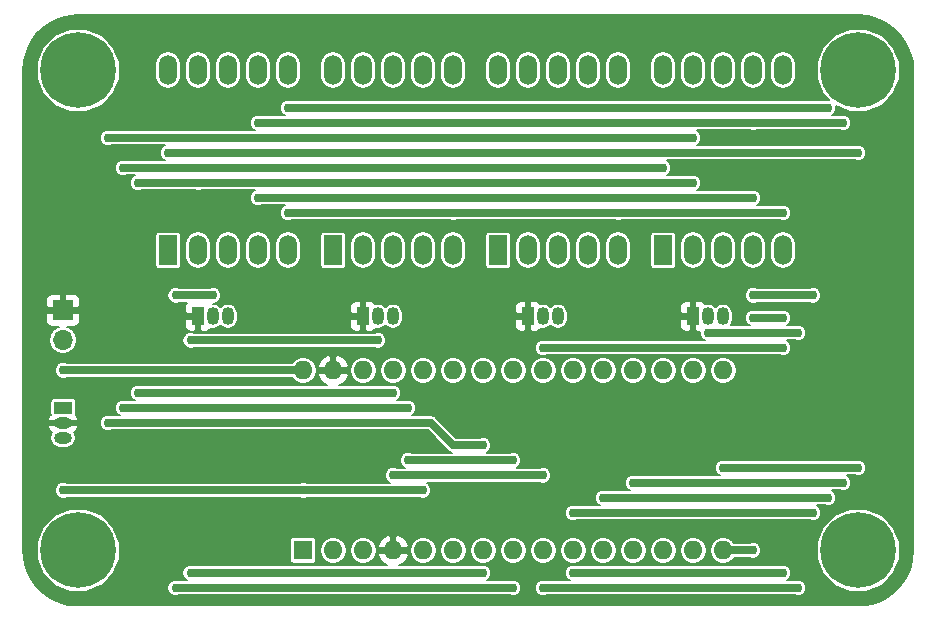
<source format=gbr>
G04 #@! TF.GenerationSoftware,KiCad,Pcbnew,(5.0.0)*
G04 #@! TF.CreationDate,2020-01-05T19:48:47-05:00*
G04 #@! TF.ProjectId,Lathe RPM Display,4C617468652052504D20446973706C61,A*
G04 #@! TF.SameCoordinates,Original*
G04 #@! TF.FileFunction,Copper,L1,Top,Signal*
G04 #@! TF.FilePolarity,Positive*
%FSLAX46Y46*%
G04 Gerber Fmt 4.6, Leading zero omitted, Abs format (unit mm)*
G04 Created by KiCad (PCBNEW (5.0.0)) date 01/05/20 19:48:47*
%MOMM*%
%LPD*%
G01*
G04 APERTURE LIST*
G04 #@! TA.AperFunction,ComponentPad*
%ADD10R,1.524000X2.524000*%
G04 #@! TD*
G04 #@! TA.AperFunction,ComponentPad*
%ADD11O,1.524000X2.524000*%
G04 #@! TD*
G04 #@! TA.AperFunction,ComponentPad*
%ADD12C,6.400000*%
G04 #@! TD*
G04 #@! TA.AperFunction,ComponentPad*
%ADD13R,1.050000X1.500000*%
G04 #@! TD*
G04 #@! TA.AperFunction,ComponentPad*
%ADD14O,1.050000X1.500000*%
G04 #@! TD*
G04 #@! TA.AperFunction,ComponentPad*
%ADD15R,1.600000X1.600000*%
G04 #@! TD*
G04 #@! TA.AperFunction,ComponentPad*
%ADD16O,1.600000X1.600000*%
G04 #@! TD*
G04 #@! TA.AperFunction,ComponentPad*
%ADD17O,1.500000X1.000000*%
G04 #@! TD*
G04 #@! TA.AperFunction,ComponentPad*
%ADD18R,1.500000X1.000000*%
G04 #@! TD*
G04 #@! TA.AperFunction,ComponentPad*
%ADD19R,1.700000X1.700000*%
G04 #@! TD*
G04 #@! TA.AperFunction,ComponentPad*
%ADD20O,1.700000X1.700000*%
G04 #@! TD*
G04 #@! TA.AperFunction,ViaPad*
%ADD21C,0.762000*%
G04 #@! TD*
G04 #@! TA.AperFunction,Conductor*
%ADD22C,0.635000*%
G04 #@! TD*
G04 #@! TA.AperFunction,Conductor*
%ADD23C,0.127000*%
G04 #@! TD*
G04 APERTURE END LIST*
D10*
G04 #@! TO.P,U3,1*
G04 #@! TO.N,Net-(R5-Pad1)*
X66040000Y-45720000D03*
D11*
G04 #@! TO.P,U3,2*
G04 #@! TO.N,Net-(R4-Pad1)*
X68580000Y-45720000D03*
G04 #@! TO.P,U3,3*
G04 #@! TO.N,Net-(Q4-Pad3)*
X71120000Y-45720000D03*
G04 #@! TO.P,U3,4*
G04 #@! TO.N,Net-(R3-Pad1)*
X73660000Y-45720000D03*
G04 #@! TO.P,U3,5*
G04 #@! TO.N,Net-(R8-Pad1)*
X76200000Y-45720000D03*
G04 #@! TO.P,U3,6*
G04 #@! TO.N,Net-(R2-Pad1)*
X76200000Y-30480000D03*
G04 #@! TO.P,U3,7*
G04 #@! TO.N,Net-(R1-Pad1)*
X73660000Y-30480000D03*
G04 #@! TO.P,U3,8*
G04 #@! TO.N,Net-(Q4-Pad3)*
X71120000Y-30480000D03*
G04 #@! TO.P,U3,9*
G04 #@! TO.N,Net-(R6-Pad1)*
X68580000Y-30480000D03*
G04 #@! TO.P,U3,10*
G04 #@! TO.N,Net-(R7-Pad1)*
X66040000Y-30480000D03*
G04 #@! TD*
G04 #@! TO.P,U2,10*
G04 #@! TO.N,Net-(R7-Pad1)*
X52070000Y-30480000D03*
G04 #@! TO.P,U2,9*
G04 #@! TO.N,Net-(R6-Pad1)*
X54610000Y-30480000D03*
G04 #@! TO.P,U2,8*
G04 #@! TO.N,Net-(Q3-Pad3)*
X57150000Y-30480000D03*
G04 #@! TO.P,U2,7*
G04 #@! TO.N,Net-(R1-Pad1)*
X59690000Y-30480000D03*
G04 #@! TO.P,U2,6*
G04 #@! TO.N,Net-(R2-Pad1)*
X62230000Y-30480000D03*
G04 #@! TO.P,U2,5*
G04 #@! TO.N,Net-(R8-Pad1)*
X62230000Y-45720000D03*
G04 #@! TO.P,U2,4*
G04 #@! TO.N,Net-(R3-Pad1)*
X59690000Y-45720000D03*
G04 #@! TO.P,U2,3*
G04 #@! TO.N,Net-(Q3-Pad3)*
X57150000Y-45720000D03*
G04 #@! TO.P,U2,2*
G04 #@! TO.N,Net-(R4-Pad1)*
X54610000Y-45720000D03*
D10*
G04 #@! TO.P,U2,1*
G04 #@! TO.N,Net-(R5-Pad1)*
X52070000Y-45720000D03*
G04 #@! TD*
D12*
G04 #@! TO.P,REF\002A\002A,1*
G04 #@! TO.N,N/C*
X96520000Y-30480000D03*
G04 #@! TD*
G04 #@! TO.P,REF\002A\002A,1*
G04 #@! TO.N,N/C*
X96520000Y-71120000D03*
G04 #@! TD*
G04 #@! TO.P,REF\002A\002A,1*
G04 #@! TO.N,N/C*
X30480000Y-71120000D03*
G04 #@! TD*
G04 #@! TO.P,REF\002A\002A,1*
G04 #@! TO.N,N/C*
X30480000Y-30480000D03*
G04 #@! TD*
D13*
G04 #@! TO.P,Q2,1*
G04 #@! TO.N,GND*
X40640000Y-51308000D03*
D14*
G04 #@! TO.P,Q2,3*
G04 #@! TO.N,Net-(Q2-Pad3)*
X43180000Y-51308000D03*
G04 #@! TO.P,Q2,2*
G04 #@! TO.N,Net-(A1-Pad8)*
X41910000Y-51308000D03*
G04 #@! TD*
D15*
G04 #@! TO.P,A1,1*
G04 #@! TO.N,N/C*
X49530000Y-71120000D03*
D16*
G04 #@! TO.P,A1,17*
X82550000Y-55880000D03*
G04 #@! TO.P,A1,2*
X52070000Y-71120000D03*
G04 #@! TO.P,A1,18*
X80010000Y-55880000D03*
G04 #@! TO.P,A1,3*
X54610000Y-71120000D03*
G04 #@! TO.P,A1,19*
G04 #@! TO.N,/A*
X77470000Y-55880000D03*
G04 #@! TO.P,A1,4*
G04 #@! TO.N,GND*
X57150000Y-71120000D03*
G04 #@! TO.P,A1,20*
G04 #@! TO.N,/B*
X74930000Y-55880000D03*
G04 #@! TO.P,A1,5*
G04 #@! TO.N,Net-(A1-Pad5)*
X59690000Y-71120000D03*
G04 #@! TO.P,A1,21*
G04 #@! TO.N,/C*
X72390000Y-55880000D03*
G04 #@! TO.P,A1,6*
G04 #@! TO.N,N/C*
X62230000Y-71120000D03*
G04 #@! TO.P,A1,22*
G04 #@! TO.N,/D*
X69850000Y-55880000D03*
G04 #@! TO.P,A1,7*
G04 #@! TO.N,Net-(A1-Pad7)*
X64770000Y-71120000D03*
G04 #@! TO.P,A1,23*
G04 #@! TO.N,/E*
X67310000Y-55880000D03*
G04 #@! TO.P,A1,8*
G04 #@! TO.N,Net-(A1-Pad8)*
X67310000Y-71120000D03*
G04 #@! TO.P,A1,24*
G04 #@! TO.N,/F*
X64770000Y-55880000D03*
G04 #@! TO.P,A1,9*
G04 #@! TO.N,Net-(A1-Pad9)*
X69850000Y-71120000D03*
G04 #@! TO.P,A1,25*
G04 #@! TO.N,N/C*
X62230000Y-55880000D03*
G04 #@! TO.P,A1,10*
G04 #@! TO.N,Net-(A1-Pad10)*
X72390000Y-71120000D03*
G04 #@! TO.P,A1,26*
G04 #@! TO.N,N/C*
X59690000Y-55880000D03*
G04 #@! TO.P,A1,11*
X74930000Y-71120000D03*
G04 #@! TO.P,A1,27*
X57150000Y-55880000D03*
G04 #@! TO.P,A1,12*
X77470000Y-71120000D03*
G04 #@! TO.P,A1,28*
X54610000Y-55880000D03*
G04 #@! TO.P,A1,13*
X80010000Y-71120000D03*
G04 #@! TO.P,A1,29*
G04 #@! TO.N,GND*
X52070000Y-55880000D03*
G04 #@! TO.P,A1,14*
G04 #@! TO.N,N/C*
X82550000Y-71120000D03*
G04 #@! TO.P,A1,30*
G04 #@! TO.N,+5V*
X49530000Y-55880000D03*
G04 #@! TO.P,A1,15*
G04 #@! TO.N,/DP*
X85090000Y-71120000D03*
G04 #@! TO.P,A1,16*
G04 #@! TO.N,/G*
X85090000Y-55880000D03*
G04 #@! TD*
D17*
G04 #@! TO.P,Q1,2*
G04 #@! TO.N,GND*
X29210000Y-60325000D03*
G04 #@! TO.P,Q1,3*
G04 #@! TO.N,Net-(A1-Pad5)*
X29210000Y-61595000D03*
D18*
G04 #@! TO.P,Q1,1*
G04 #@! TO.N,+5V*
X29210000Y-59055000D03*
G04 #@! TD*
D14*
G04 #@! TO.P,Q3,2*
G04 #@! TO.N,Net-(A1-Pad7)*
X55880000Y-51308000D03*
G04 #@! TO.P,Q3,3*
G04 #@! TO.N,Net-(Q3-Pad3)*
X57150000Y-51308000D03*
D13*
G04 #@! TO.P,Q3,1*
G04 #@! TO.N,GND*
X54610000Y-51308000D03*
G04 #@! TD*
G04 #@! TO.P,Q4,1*
G04 #@! TO.N,GND*
X68580000Y-51308000D03*
D14*
G04 #@! TO.P,Q4,3*
G04 #@! TO.N,Net-(Q4-Pad3)*
X71120000Y-51308000D03*
G04 #@! TO.P,Q4,2*
G04 #@! TO.N,Net-(A1-Pad10)*
X69850000Y-51308000D03*
G04 #@! TD*
G04 #@! TO.P,Q5,2*
G04 #@! TO.N,Net-(A1-Pad9)*
X83820000Y-51308000D03*
G04 #@! TO.P,Q5,3*
G04 #@! TO.N,Net-(Q5-Pad3)*
X85090000Y-51308000D03*
D13*
G04 #@! TO.P,Q5,1*
G04 #@! TO.N,GND*
X82550000Y-51308000D03*
G04 #@! TD*
D10*
G04 #@! TO.P,U1,1*
G04 #@! TO.N,Net-(R5-Pad1)*
X38100000Y-45720000D03*
D11*
G04 #@! TO.P,U1,2*
G04 #@! TO.N,Net-(R4-Pad1)*
X40640000Y-45720000D03*
G04 #@! TO.P,U1,3*
G04 #@! TO.N,Net-(Q2-Pad3)*
X43180000Y-45720000D03*
G04 #@! TO.P,U1,4*
G04 #@! TO.N,Net-(R3-Pad1)*
X45720000Y-45720000D03*
G04 #@! TO.P,U1,5*
G04 #@! TO.N,Net-(R8-Pad1)*
X48260000Y-45720000D03*
G04 #@! TO.P,U1,6*
G04 #@! TO.N,Net-(R2-Pad1)*
X48260000Y-30480000D03*
G04 #@! TO.P,U1,7*
G04 #@! TO.N,Net-(R1-Pad1)*
X45720000Y-30480000D03*
G04 #@! TO.P,U1,8*
G04 #@! TO.N,Net-(Q2-Pad3)*
X43180000Y-30480000D03*
G04 #@! TO.P,U1,9*
G04 #@! TO.N,Net-(R6-Pad1)*
X40640000Y-30480000D03*
G04 #@! TO.P,U1,10*
G04 #@! TO.N,Net-(R7-Pad1)*
X38100000Y-30480000D03*
G04 #@! TD*
G04 #@! TO.P,U4,10*
G04 #@! TO.N,Net-(R7-Pad1)*
X80010000Y-30480000D03*
G04 #@! TO.P,U4,9*
G04 #@! TO.N,Net-(R6-Pad1)*
X82550000Y-30480000D03*
G04 #@! TO.P,U4,8*
G04 #@! TO.N,Net-(Q5-Pad3)*
X85090000Y-30480000D03*
G04 #@! TO.P,U4,7*
G04 #@! TO.N,Net-(R1-Pad1)*
X87630000Y-30480000D03*
G04 #@! TO.P,U4,6*
G04 #@! TO.N,Net-(R2-Pad1)*
X90170000Y-30480000D03*
G04 #@! TO.P,U4,5*
G04 #@! TO.N,Net-(R8-Pad1)*
X90170000Y-45720000D03*
G04 #@! TO.P,U4,4*
G04 #@! TO.N,Net-(R3-Pad1)*
X87630000Y-45720000D03*
G04 #@! TO.P,U4,3*
G04 #@! TO.N,Net-(Q5-Pad3)*
X85090000Y-45720000D03*
G04 #@! TO.P,U4,2*
G04 #@! TO.N,Net-(R4-Pad1)*
X82550000Y-45720000D03*
D10*
G04 #@! TO.P,U4,1*
G04 #@! TO.N,Net-(R5-Pad1)*
X80010000Y-45720000D03*
G04 #@! TD*
D19*
G04 #@! TO.P,J1,1*
G04 #@! TO.N,GND*
X29210000Y-50800000D03*
D20*
G04 #@! TO.P,J1,2*
G04 #@! TO.N,+5V*
X29210000Y-53340000D03*
G04 #@! TD*
D21*
G04 #@! TO.N,Net-(A1-Pad5)*
X49530000Y-66040000D03*
X59690000Y-66040000D03*
X29210000Y-66040000D03*
G04 #@! TO.N,Net-(A1-Pad7)*
X40005000Y-73025000D03*
X64770000Y-73025000D03*
X55880000Y-53340000D03*
X40005000Y-53340000D03*
G04 #@! TO.N,Net-(A1-Pad8)*
X38735000Y-74295000D03*
X67310000Y-74295000D03*
X41910000Y-49530000D03*
X38735000Y-49530000D03*
G04 #@! TO.N,Net-(A1-Pad9)*
X91440000Y-74295000D03*
X69850000Y-74295000D03*
X83820000Y-52705000D03*
X91440000Y-52705000D03*
G04 #@! TO.N,Net-(A1-Pad10)*
X90170000Y-53975000D03*
X90170026Y-73025000D03*
X72390046Y-73025000D03*
X69850000Y-53975000D03*
G04 #@! TO.N,/DP*
X87630000Y-71120000D03*
G04 #@! TO.N,+5V*
X29210000Y-55880000D03*
G04 #@! TO.N,Net-(R1-Pad1)*
X77469990Y-65405000D03*
X95250000Y-65405000D03*
X45720000Y-34925000D03*
X87630000Y-34925000D03*
X95250000Y-34925000D03*
X59690000Y-34925000D03*
X73660000Y-34925000D03*
G04 #@! TO.N,Net-(R2-Pad1)*
X74930000Y-66675000D03*
X93980000Y-66675000D03*
X90170000Y-33655000D03*
X93980000Y-33655000D03*
X48260000Y-33655000D03*
X62230000Y-33655000D03*
X76200000Y-33655000D03*
G04 #@! TO.N,Net-(R3-Pad1)*
X92710000Y-67945000D03*
X92710000Y-49530000D03*
X72390000Y-67945000D03*
X87630000Y-49530000D03*
X45720000Y-41275000D03*
X59690000Y-41275000D03*
X73660000Y-41275000D03*
X87630000Y-41275000D03*
G04 #@! TO.N,Net-(R4-Pad1)*
X69850000Y-64770000D03*
X57150000Y-64770000D03*
X57150000Y-57785000D03*
X40640000Y-40005000D03*
X54610000Y-40005000D03*
X68580000Y-40005000D03*
X82550000Y-40005000D03*
X35560000Y-57785000D03*
X35560000Y-40005000D03*
G04 #@! TO.N,Net-(R5-Pad1)*
X58420000Y-59055000D03*
X67310000Y-63500012D03*
X58420000Y-63500000D03*
X38100000Y-38735000D03*
X52070000Y-38735000D03*
X66040000Y-38735000D03*
X80010000Y-38735000D03*
X34290000Y-59055000D03*
X34290000Y-38735000D03*
G04 #@! TO.N,Net-(R6-Pad1)*
X64770000Y-62230000D03*
X33020000Y-60325000D03*
X40640000Y-36195000D03*
X54610000Y-36195000D03*
X68580000Y-36195000D03*
X82550000Y-36195000D03*
X33020000Y-36195000D03*
G04 #@! TO.N,Net-(R7-Pad1)*
X38100000Y-37465000D03*
X52070000Y-37465000D03*
X85090000Y-64135000D03*
X96520000Y-64135000D03*
X96520000Y-37465000D03*
X66040000Y-37465000D03*
X80010000Y-37465000D03*
G04 #@! TO.N,Net-(R8-Pad1)*
X48260000Y-42545000D03*
X62230000Y-42545000D03*
X76200000Y-42545000D03*
X90170000Y-42545000D03*
X87630000Y-51435000D03*
X90170000Y-51435000D03*
G04 #@! TD*
D22*
G04 #@! TO.N,Net-(A1-Pad5)*
X49530000Y-66040000D02*
X59690000Y-66040000D01*
X41910000Y-66040000D02*
X49530000Y-66040000D01*
X41910000Y-66040000D02*
X29210000Y-66040000D01*
G04 #@! TO.N,Net-(A1-Pad7)*
X40005000Y-73025000D02*
X64770000Y-73025000D01*
X55880000Y-53340000D02*
X40005000Y-53340000D01*
G04 #@! TO.N,Net-(A1-Pad8)*
X67310000Y-74295000D02*
X38735000Y-74295000D01*
X38735000Y-49530000D02*
X41910000Y-49530000D01*
G04 #@! TO.N,Net-(A1-Pad9)*
X69850000Y-74295000D02*
X91440000Y-74295000D01*
X83820000Y-52705000D02*
X91440000Y-52705000D01*
G04 #@! TO.N,Net-(A1-Pad10)*
X69850000Y-53975000D02*
X90170000Y-53975000D01*
X90170026Y-73025000D02*
X72390046Y-73025000D01*
G04 #@! TO.N,/DP*
X85090000Y-71120000D02*
X87630000Y-71120000D01*
G04 #@! TO.N,+5V*
X49530000Y-55880000D02*
X29210000Y-55880000D01*
G04 #@! TO.N,Net-(R1-Pad1)*
X95250000Y-65405000D02*
X77469990Y-65405000D01*
X87630000Y-34925000D02*
X95250000Y-34925000D01*
X45720000Y-34925000D02*
X59690000Y-34925000D01*
X59690000Y-34925000D02*
X73660000Y-34925000D01*
X73660000Y-34925000D02*
X87630000Y-34925000D01*
G04 #@! TO.N,Net-(R2-Pad1)*
X93980000Y-66675000D02*
X74930000Y-66675000D01*
X90170000Y-33655000D02*
X93980000Y-33655000D01*
X48260000Y-33655000D02*
X62230000Y-33655000D01*
X62230000Y-33655000D02*
X76200000Y-33655000D01*
X76200000Y-33655000D02*
X90170000Y-33655000D01*
G04 #@! TO.N,Net-(R3-Pad1)*
X92710000Y-67945000D02*
X72390000Y-67945000D01*
X92710000Y-49530000D02*
X87630000Y-49530000D01*
X45720000Y-41275000D02*
X59690000Y-41275000D01*
X59690000Y-41275000D02*
X73660000Y-41275000D01*
X73660000Y-41275000D02*
X87630000Y-41275000D01*
G04 #@! TO.N,Net-(R4-Pad1)*
X69850000Y-64770000D02*
X57150000Y-64770000D01*
X40640000Y-40005000D02*
X54610000Y-40005000D01*
X54610000Y-40005000D02*
X68580000Y-40005000D01*
X68580000Y-40005000D02*
X82550000Y-40005000D01*
X57150000Y-57785000D02*
X35560000Y-57785000D01*
X35560000Y-40005000D02*
X40640000Y-40005000D01*
G04 #@! TO.N,Net-(R5-Pad1)*
X67309988Y-63500000D02*
X58420000Y-63500000D01*
X67310000Y-63500012D02*
X67309988Y-63500000D01*
X38100000Y-38735000D02*
X52070000Y-38735000D01*
X52070000Y-38735000D02*
X66040000Y-38735000D01*
X66040000Y-38735000D02*
X80010000Y-38735000D01*
X58420000Y-59055000D02*
X34290000Y-59055000D01*
X34290000Y-38735000D02*
X38100000Y-38735000D01*
G04 #@! TO.N,Net-(R6-Pad1)*
X40640000Y-36195000D02*
X54610000Y-36195000D01*
X68580000Y-36195000D02*
X54610000Y-36195000D01*
X82550000Y-36195000D02*
X68580000Y-36195000D01*
X40640000Y-36195000D02*
X33020000Y-36195000D01*
X60325000Y-60325000D02*
X33020000Y-60325000D01*
X64770000Y-62230000D02*
X62230000Y-62230000D01*
X62230000Y-62230000D02*
X60325000Y-60325000D01*
G04 #@! TO.N,Net-(R7-Pad1)*
X38100000Y-37465000D02*
X52070000Y-37465000D01*
X85090000Y-64135000D02*
X96520000Y-64135000D01*
X96520000Y-37465000D02*
X90805000Y-37465000D01*
X90805000Y-37465000D02*
X92710000Y-37465000D01*
X52070000Y-37465000D02*
X66040000Y-37465000D01*
X66040000Y-37465000D02*
X80010000Y-37465000D01*
X80010000Y-37465000D02*
X90805000Y-37465000D01*
G04 #@! TO.N,Net-(R8-Pad1)*
X48260000Y-42545000D02*
X62230000Y-42545000D01*
X62230000Y-42545000D02*
X76200000Y-42545000D01*
X76200000Y-42545000D02*
X90170000Y-42545000D01*
X87630000Y-51435000D02*
X87630000Y-51435000D01*
X87630000Y-51435000D02*
X90170000Y-51435000D01*
G04 #@! TD*
D23*
G04 #@! TO.N,GND*
G36*
X97345361Y-25892820D02*
X98144640Y-26111478D01*
X98892561Y-26468219D01*
X99565490Y-26951767D01*
X100142152Y-27546836D01*
X100604326Y-28234622D01*
X100937397Y-28993378D01*
X101131611Y-29802343D01*
X101182500Y-30495312D01*
X101182501Y-71101396D01*
X101107179Y-71945362D01*
X100888522Y-72744640D01*
X100531781Y-73492561D01*
X100048235Y-74165487D01*
X99453164Y-74742152D01*
X98765376Y-75204327D01*
X98006617Y-75537399D01*
X97197658Y-75731611D01*
X96504688Y-75782500D01*
X30498592Y-75782500D01*
X29654638Y-75707179D01*
X28855360Y-75488522D01*
X28107439Y-75131781D01*
X27434513Y-74648235D01*
X26857848Y-74053164D01*
X26395673Y-73365376D01*
X26062601Y-72606617D01*
X25868389Y-71797658D01*
X25817500Y-71104688D01*
X25817500Y-70420326D01*
X26962500Y-70420326D01*
X26962500Y-71819674D01*
X27498007Y-73112504D01*
X28487496Y-74101993D01*
X29780326Y-74637500D01*
X31179674Y-74637500D01*
X32341974Y-74156060D01*
X38036500Y-74156060D01*
X38036500Y-74433940D01*
X38142841Y-74690668D01*
X38339332Y-74887159D01*
X38596060Y-74993500D01*
X38873940Y-74993500D01*
X39027241Y-74930000D01*
X67017759Y-74930000D01*
X67171060Y-74993500D01*
X67448940Y-74993500D01*
X67705668Y-74887159D01*
X67902159Y-74690668D01*
X68008500Y-74433940D01*
X68008500Y-74156060D01*
X69151500Y-74156060D01*
X69151500Y-74433940D01*
X69257841Y-74690668D01*
X69454332Y-74887159D01*
X69711060Y-74993500D01*
X69988940Y-74993500D01*
X70142241Y-74930000D01*
X91147759Y-74930000D01*
X91301060Y-74993500D01*
X91578940Y-74993500D01*
X91835668Y-74887159D01*
X92032159Y-74690668D01*
X92138500Y-74433940D01*
X92138500Y-74156060D01*
X92032159Y-73899332D01*
X91835668Y-73702841D01*
X91578940Y-73596500D01*
X91301060Y-73596500D01*
X91147759Y-73660000D01*
X90462267Y-73660000D01*
X90565694Y-73617159D01*
X90762185Y-73420668D01*
X90868526Y-73163940D01*
X90868526Y-72886060D01*
X90762185Y-72629332D01*
X90565694Y-72432841D01*
X90308966Y-72326500D01*
X90031086Y-72326500D01*
X89877785Y-72390000D01*
X72682287Y-72390000D01*
X72528986Y-72326500D01*
X72251106Y-72326500D01*
X71994378Y-72432841D01*
X71797887Y-72629332D01*
X71691546Y-72886060D01*
X71691546Y-73163940D01*
X71797887Y-73420668D01*
X71994378Y-73617159D01*
X72097805Y-73660000D01*
X70142241Y-73660000D01*
X69988940Y-73596500D01*
X69711060Y-73596500D01*
X69454332Y-73702841D01*
X69257841Y-73899332D01*
X69151500Y-74156060D01*
X68008500Y-74156060D01*
X67902159Y-73899332D01*
X67705668Y-73702841D01*
X67448940Y-73596500D01*
X67171060Y-73596500D01*
X67017759Y-73660000D01*
X65062241Y-73660000D01*
X65165668Y-73617159D01*
X65362159Y-73420668D01*
X65468500Y-73163940D01*
X65468500Y-72886060D01*
X65362159Y-72629332D01*
X65165668Y-72432841D01*
X64908940Y-72326500D01*
X64631060Y-72326500D01*
X64477759Y-72390000D01*
X57651272Y-72390000D01*
X57794225Y-72330797D01*
X58208538Y-71992096D01*
X58461698Y-71520627D01*
X58365346Y-71310500D01*
X57340500Y-71310500D01*
X57340500Y-71330500D01*
X56959500Y-71330500D01*
X56959500Y-71310500D01*
X55934654Y-71310500D01*
X55838302Y-71520627D01*
X56091462Y-71992096D01*
X56505775Y-72330797D01*
X56648728Y-72390000D01*
X40297241Y-72390000D01*
X40143940Y-72326500D01*
X39866060Y-72326500D01*
X39609332Y-72432841D01*
X39412841Y-72629332D01*
X39306500Y-72886060D01*
X39306500Y-73163940D01*
X39412841Y-73420668D01*
X39609332Y-73617159D01*
X39712759Y-73660000D01*
X39027241Y-73660000D01*
X38873940Y-73596500D01*
X38596060Y-73596500D01*
X38339332Y-73702841D01*
X38142841Y-73899332D01*
X38036500Y-74156060D01*
X32341974Y-74156060D01*
X32472504Y-74101993D01*
X33461993Y-73112504D01*
X33997500Y-71819674D01*
X33997500Y-70420326D01*
X33955944Y-70320000D01*
X48406280Y-70320000D01*
X48406280Y-71920000D01*
X48430922Y-72043882D01*
X48501095Y-72148905D01*
X48606118Y-72219078D01*
X48730000Y-72243720D01*
X50330000Y-72243720D01*
X50453882Y-72219078D01*
X50558905Y-72148905D01*
X50629078Y-72043882D01*
X50653720Y-71920000D01*
X50653720Y-71120000D01*
X50930607Y-71120000D01*
X51017338Y-71556027D01*
X51264327Y-71925673D01*
X51633973Y-72172662D01*
X51959936Y-72237500D01*
X52180064Y-72237500D01*
X52506027Y-72172662D01*
X52875673Y-71925673D01*
X53122662Y-71556027D01*
X53209393Y-71120000D01*
X53470607Y-71120000D01*
X53557338Y-71556027D01*
X53804327Y-71925673D01*
X54173973Y-72172662D01*
X54499936Y-72237500D01*
X54720064Y-72237500D01*
X55046027Y-72172662D01*
X55415673Y-71925673D01*
X55662662Y-71556027D01*
X55749393Y-71120000D01*
X58550607Y-71120000D01*
X58637338Y-71556027D01*
X58884327Y-71925673D01*
X59253973Y-72172662D01*
X59579936Y-72237500D01*
X59800064Y-72237500D01*
X60126027Y-72172662D01*
X60495673Y-71925673D01*
X60742662Y-71556027D01*
X60829393Y-71120000D01*
X61090607Y-71120000D01*
X61177338Y-71556027D01*
X61424327Y-71925673D01*
X61793973Y-72172662D01*
X62119936Y-72237500D01*
X62340064Y-72237500D01*
X62666027Y-72172662D01*
X63035673Y-71925673D01*
X63282662Y-71556027D01*
X63369393Y-71120000D01*
X63630607Y-71120000D01*
X63717338Y-71556027D01*
X63964327Y-71925673D01*
X64333973Y-72172662D01*
X64659936Y-72237500D01*
X64880064Y-72237500D01*
X65206027Y-72172662D01*
X65575673Y-71925673D01*
X65822662Y-71556027D01*
X65909393Y-71120000D01*
X66170607Y-71120000D01*
X66257338Y-71556027D01*
X66504327Y-71925673D01*
X66873973Y-72172662D01*
X67199936Y-72237500D01*
X67420064Y-72237500D01*
X67746027Y-72172662D01*
X68115673Y-71925673D01*
X68362662Y-71556027D01*
X68449393Y-71120000D01*
X68710607Y-71120000D01*
X68797338Y-71556027D01*
X69044327Y-71925673D01*
X69413973Y-72172662D01*
X69739936Y-72237500D01*
X69960064Y-72237500D01*
X70286027Y-72172662D01*
X70655673Y-71925673D01*
X70902662Y-71556027D01*
X70989393Y-71120000D01*
X71250607Y-71120000D01*
X71337338Y-71556027D01*
X71584327Y-71925673D01*
X71953973Y-72172662D01*
X72279936Y-72237500D01*
X72500064Y-72237500D01*
X72826027Y-72172662D01*
X73195673Y-71925673D01*
X73442662Y-71556027D01*
X73529393Y-71120000D01*
X73790607Y-71120000D01*
X73877338Y-71556027D01*
X74124327Y-71925673D01*
X74493973Y-72172662D01*
X74819936Y-72237500D01*
X75040064Y-72237500D01*
X75366027Y-72172662D01*
X75735673Y-71925673D01*
X75982662Y-71556027D01*
X76069393Y-71120000D01*
X76330607Y-71120000D01*
X76417338Y-71556027D01*
X76664327Y-71925673D01*
X77033973Y-72172662D01*
X77359936Y-72237500D01*
X77580064Y-72237500D01*
X77906027Y-72172662D01*
X78275673Y-71925673D01*
X78522662Y-71556027D01*
X78609393Y-71120000D01*
X78870607Y-71120000D01*
X78957338Y-71556027D01*
X79204327Y-71925673D01*
X79573973Y-72172662D01*
X79899936Y-72237500D01*
X80120064Y-72237500D01*
X80446027Y-72172662D01*
X80815673Y-71925673D01*
X81062662Y-71556027D01*
X81149393Y-71120000D01*
X81410607Y-71120000D01*
X81497338Y-71556027D01*
X81744327Y-71925673D01*
X82113973Y-72172662D01*
X82439936Y-72237500D01*
X82660064Y-72237500D01*
X82986027Y-72172662D01*
X83355673Y-71925673D01*
X83602662Y-71556027D01*
X83689393Y-71120000D01*
X83950607Y-71120000D01*
X84037338Y-71556027D01*
X84284327Y-71925673D01*
X84653973Y-72172662D01*
X84979936Y-72237500D01*
X85200064Y-72237500D01*
X85526027Y-72172662D01*
X85895673Y-71925673D01*
X86009713Y-71755000D01*
X87337759Y-71755000D01*
X87491060Y-71818500D01*
X87768940Y-71818500D01*
X88025668Y-71712159D01*
X88222159Y-71515668D01*
X88328500Y-71258940D01*
X88328500Y-70981060D01*
X88222159Y-70724332D01*
X88025668Y-70527841D01*
X87768940Y-70421500D01*
X87491060Y-70421500D01*
X87337759Y-70485000D01*
X86009713Y-70485000D01*
X85966500Y-70420326D01*
X93002500Y-70420326D01*
X93002500Y-71819674D01*
X93538007Y-73112504D01*
X94527496Y-74101993D01*
X95820326Y-74637500D01*
X97219674Y-74637500D01*
X98512504Y-74101993D01*
X99501993Y-73112504D01*
X100037500Y-71819674D01*
X100037500Y-70420326D01*
X99501993Y-69127496D01*
X98512504Y-68138007D01*
X97219674Y-67602500D01*
X95820326Y-67602500D01*
X94527496Y-68138007D01*
X93538007Y-69127496D01*
X93002500Y-70420326D01*
X85966500Y-70420326D01*
X85895673Y-70314327D01*
X85526027Y-70067338D01*
X85200064Y-70002500D01*
X84979936Y-70002500D01*
X84653973Y-70067338D01*
X84284327Y-70314327D01*
X84037338Y-70683973D01*
X83950607Y-71120000D01*
X83689393Y-71120000D01*
X83602662Y-70683973D01*
X83355673Y-70314327D01*
X82986027Y-70067338D01*
X82660064Y-70002500D01*
X82439936Y-70002500D01*
X82113973Y-70067338D01*
X81744327Y-70314327D01*
X81497338Y-70683973D01*
X81410607Y-71120000D01*
X81149393Y-71120000D01*
X81062662Y-70683973D01*
X80815673Y-70314327D01*
X80446027Y-70067338D01*
X80120064Y-70002500D01*
X79899936Y-70002500D01*
X79573973Y-70067338D01*
X79204327Y-70314327D01*
X78957338Y-70683973D01*
X78870607Y-71120000D01*
X78609393Y-71120000D01*
X78522662Y-70683973D01*
X78275673Y-70314327D01*
X77906027Y-70067338D01*
X77580064Y-70002500D01*
X77359936Y-70002500D01*
X77033973Y-70067338D01*
X76664327Y-70314327D01*
X76417338Y-70683973D01*
X76330607Y-71120000D01*
X76069393Y-71120000D01*
X75982662Y-70683973D01*
X75735673Y-70314327D01*
X75366027Y-70067338D01*
X75040064Y-70002500D01*
X74819936Y-70002500D01*
X74493973Y-70067338D01*
X74124327Y-70314327D01*
X73877338Y-70683973D01*
X73790607Y-71120000D01*
X73529393Y-71120000D01*
X73442662Y-70683973D01*
X73195673Y-70314327D01*
X72826027Y-70067338D01*
X72500064Y-70002500D01*
X72279936Y-70002500D01*
X71953973Y-70067338D01*
X71584327Y-70314327D01*
X71337338Y-70683973D01*
X71250607Y-71120000D01*
X70989393Y-71120000D01*
X70902662Y-70683973D01*
X70655673Y-70314327D01*
X70286027Y-70067338D01*
X69960064Y-70002500D01*
X69739936Y-70002500D01*
X69413973Y-70067338D01*
X69044327Y-70314327D01*
X68797338Y-70683973D01*
X68710607Y-71120000D01*
X68449393Y-71120000D01*
X68362662Y-70683973D01*
X68115673Y-70314327D01*
X67746027Y-70067338D01*
X67420064Y-70002500D01*
X67199936Y-70002500D01*
X66873973Y-70067338D01*
X66504327Y-70314327D01*
X66257338Y-70683973D01*
X66170607Y-71120000D01*
X65909393Y-71120000D01*
X65822662Y-70683973D01*
X65575673Y-70314327D01*
X65206027Y-70067338D01*
X64880064Y-70002500D01*
X64659936Y-70002500D01*
X64333973Y-70067338D01*
X63964327Y-70314327D01*
X63717338Y-70683973D01*
X63630607Y-71120000D01*
X63369393Y-71120000D01*
X63282662Y-70683973D01*
X63035673Y-70314327D01*
X62666027Y-70067338D01*
X62340064Y-70002500D01*
X62119936Y-70002500D01*
X61793973Y-70067338D01*
X61424327Y-70314327D01*
X61177338Y-70683973D01*
X61090607Y-71120000D01*
X60829393Y-71120000D01*
X60742662Y-70683973D01*
X60495673Y-70314327D01*
X60126027Y-70067338D01*
X59800064Y-70002500D01*
X59579936Y-70002500D01*
X59253973Y-70067338D01*
X58884327Y-70314327D01*
X58637338Y-70683973D01*
X58550607Y-71120000D01*
X55749393Y-71120000D01*
X55669704Y-70719373D01*
X55838302Y-70719373D01*
X55934654Y-70929500D01*
X56959500Y-70929500D01*
X56959500Y-69906233D01*
X57340500Y-69906233D01*
X57340500Y-70929500D01*
X58365346Y-70929500D01*
X58461698Y-70719373D01*
X58208538Y-70247904D01*
X57794225Y-69909203D01*
X57550625Y-69808318D01*
X57340500Y-69906233D01*
X56959500Y-69906233D01*
X56749375Y-69808318D01*
X56505775Y-69909203D01*
X56091462Y-70247904D01*
X55838302Y-70719373D01*
X55669704Y-70719373D01*
X55662662Y-70683973D01*
X55415673Y-70314327D01*
X55046027Y-70067338D01*
X54720064Y-70002500D01*
X54499936Y-70002500D01*
X54173973Y-70067338D01*
X53804327Y-70314327D01*
X53557338Y-70683973D01*
X53470607Y-71120000D01*
X53209393Y-71120000D01*
X53122662Y-70683973D01*
X52875673Y-70314327D01*
X52506027Y-70067338D01*
X52180064Y-70002500D01*
X51959936Y-70002500D01*
X51633973Y-70067338D01*
X51264327Y-70314327D01*
X51017338Y-70683973D01*
X50930607Y-71120000D01*
X50653720Y-71120000D01*
X50653720Y-70320000D01*
X50629078Y-70196118D01*
X50558905Y-70091095D01*
X50453882Y-70020922D01*
X50330000Y-69996280D01*
X48730000Y-69996280D01*
X48606118Y-70020922D01*
X48501095Y-70091095D01*
X48430922Y-70196118D01*
X48406280Y-70320000D01*
X33955944Y-70320000D01*
X33461993Y-69127496D01*
X32472504Y-68138007D01*
X31671112Y-67806060D01*
X71691500Y-67806060D01*
X71691500Y-68083940D01*
X71797841Y-68340668D01*
X71994332Y-68537159D01*
X72251060Y-68643500D01*
X72528940Y-68643500D01*
X72682241Y-68580000D01*
X92417759Y-68580000D01*
X92571060Y-68643500D01*
X92848940Y-68643500D01*
X93105668Y-68537159D01*
X93302159Y-68340668D01*
X93408500Y-68083940D01*
X93408500Y-67806060D01*
X93302159Y-67549332D01*
X93105668Y-67352841D01*
X93002241Y-67310000D01*
X93687759Y-67310000D01*
X93841060Y-67373500D01*
X94118940Y-67373500D01*
X94375668Y-67267159D01*
X94572159Y-67070668D01*
X94678500Y-66813940D01*
X94678500Y-66536060D01*
X94572159Y-66279332D01*
X94375668Y-66082841D01*
X94272241Y-66040000D01*
X94957759Y-66040000D01*
X95111060Y-66103500D01*
X95388940Y-66103500D01*
X95645668Y-65997159D01*
X95842159Y-65800668D01*
X95948500Y-65543940D01*
X95948500Y-65266060D01*
X95842159Y-65009332D01*
X95645668Y-64812841D01*
X95542241Y-64770000D01*
X96227759Y-64770000D01*
X96381060Y-64833500D01*
X96658940Y-64833500D01*
X96915668Y-64727159D01*
X97112159Y-64530668D01*
X97218500Y-64273940D01*
X97218500Y-63996060D01*
X97112159Y-63739332D01*
X96915668Y-63542841D01*
X96658940Y-63436500D01*
X96381060Y-63436500D01*
X96227759Y-63500000D01*
X85382241Y-63500000D01*
X85228940Y-63436500D01*
X84951060Y-63436500D01*
X84694332Y-63542841D01*
X84497841Y-63739332D01*
X84391500Y-63996060D01*
X84391500Y-64273940D01*
X84497841Y-64530668D01*
X84694332Y-64727159D01*
X84797759Y-64770000D01*
X77762231Y-64770000D01*
X77608930Y-64706500D01*
X77331050Y-64706500D01*
X77074322Y-64812841D01*
X76877831Y-65009332D01*
X76771490Y-65266060D01*
X76771490Y-65543940D01*
X76877831Y-65800668D01*
X77074322Y-65997159D01*
X77177749Y-66040000D01*
X75222241Y-66040000D01*
X75068940Y-65976500D01*
X74791060Y-65976500D01*
X74534332Y-66082841D01*
X74337841Y-66279332D01*
X74231500Y-66536060D01*
X74231500Y-66813940D01*
X74337841Y-67070668D01*
X74534332Y-67267159D01*
X74637759Y-67310000D01*
X72682241Y-67310000D01*
X72528940Y-67246500D01*
X72251060Y-67246500D01*
X71994332Y-67352841D01*
X71797841Y-67549332D01*
X71691500Y-67806060D01*
X31671112Y-67806060D01*
X31179674Y-67602500D01*
X29780326Y-67602500D01*
X28487496Y-68138007D01*
X27498007Y-69127496D01*
X26962500Y-70420326D01*
X25817500Y-70420326D01*
X25817500Y-65901060D01*
X28511500Y-65901060D01*
X28511500Y-66178940D01*
X28617841Y-66435668D01*
X28814332Y-66632159D01*
X29071060Y-66738500D01*
X29348940Y-66738500D01*
X29502241Y-66675000D01*
X49237759Y-66675000D01*
X49391060Y-66738500D01*
X49668940Y-66738500D01*
X49822241Y-66675000D01*
X59397759Y-66675000D01*
X59551060Y-66738500D01*
X59828940Y-66738500D01*
X60085668Y-66632159D01*
X60282159Y-66435668D01*
X60388500Y-66178940D01*
X60388500Y-65901060D01*
X60282159Y-65644332D01*
X60085668Y-65447841D01*
X59982241Y-65405000D01*
X69557759Y-65405000D01*
X69711060Y-65468500D01*
X69988940Y-65468500D01*
X70245668Y-65362159D01*
X70442159Y-65165668D01*
X70548500Y-64908940D01*
X70548500Y-64631060D01*
X70442159Y-64374332D01*
X70245668Y-64177841D01*
X69988940Y-64071500D01*
X69711060Y-64071500D01*
X69557759Y-64135000D01*
X67602270Y-64135000D01*
X67705668Y-64092171D01*
X67902159Y-63895680D01*
X68008500Y-63638952D01*
X68008500Y-63361072D01*
X67902159Y-63104344D01*
X67705668Y-62907853D01*
X67448940Y-62801512D01*
X67171060Y-62801512D01*
X67017788Y-62865000D01*
X65062241Y-62865000D01*
X65165668Y-62822159D01*
X65362159Y-62625668D01*
X65468500Y-62368940D01*
X65468500Y-62091060D01*
X65362159Y-61834332D01*
X65165668Y-61637841D01*
X64908940Y-61531500D01*
X64631060Y-61531500D01*
X64477759Y-61595000D01*
X62493026Y-61595000D01*
X60818238Y-59920214D01*
X60782809Y-59867191D01*
X60572765Y-59726843D01*
X60387541Y-59690000D01*
X60387537Y-59690000D01*
X60325000Y-59677561D01*
X60262463Y-59690000D01*
X58712241Y-59690000D01*
X58815668Y-59647159D01*
X59012159Y-59450668D01*
X59118500Y-59193940D01*
X59118500Y-58916060D01*
X59012159Y-58659332D01*
X58815668Y-58462841D01*
X58558940Y-58356500D01*
X58281060Y-58356500D01*
X58127759Y-58420000D01*
X57442241Y-58420000D01*
X57545668Y-58377159D01*
X57742159Y-58180668D01*
X57848500Y-57923940D01*
X57848500Y-57646060D01*
X57742159Y-57389332D01*
X57545668Y-57192841D01*
X57288940Y-57086500D01*
X57011060Y-57086500D01*
X56857759Y-57150000D01*
X52571272Y-57150000D01*
X52714225Y-57090797D01*
X53128538Y-56752096D01*
X53381698Y-56280627D01*
X53285346Y-56070500D01*
X52260500Y-56070500D01*
X52260500Y-56090500D01*
X51879500Y-56090500D01*
X51879500Y-56070500D01*
X50854654Y-56070500D01*
X50758302Y-56280627D01*
X51011462Y-56752096D01*
X51425775Y-57090797D01*
X51568728Y-57150000D01*
X35852241Y-57150000D01*
X35698940Y-57086500D01*
X35421060Y-57086500D01*
X35164332Y-57192841D01*
X34967841Y-57389332D01*
X34861500Y-57646060D01*
X34861500Y-57923940D01*
X34967841Y-58180668D01*
X35164332Y-58377159D01*
X35267759Y-58420000D01*
X34582241Y-58420000D01*
X34428940Y-58356500D01*
X34151060Y-58356500D01*
X33894332Y-58462841D01*
X33697841Y-58659332D01*
X33591500Y-58916060D01*
X33591500Y-59193940D01*
X33697841Y-59450668D01*
X33894332Y-59647159D01*
X33997759Y-59690000D01*
X33312241Y-59690000D01*
X33158940Y-59626500D01*
X32881060Y-59626500D01*
X32624332Y-59732841D01*
X32427841Y-59929332D01*
X32321500Y-60186060D01*
X32321500Y-60463940D01*
X32427841Y-60720668D01*
X32624332Y-60917159D01*
X32881060Y-61023500D01*
X33158940Y-61023500D01*
X33312241Y-60960000D01*
X60061976Y-60960000D01*
X61736766Y-62634791D01*
X61772191Y-62687809D01*
X61825208Y-62723234D01*
X61825210Y-62723236D01*
X61942340Y-62801500D01*
X61982235Y-62828157D01*
X62167459Y-62865000D01*
X58712241Y-62865000D01*
X58558940Y-62801500D01*
X58281060Y-62801500D01*
X58024332Y-62907841D01*
X57827841Y-63104332D01*
X57721500Y-63361060D01*
X57721500Y-63638940D01*
X57827841Y-63895668D01*
X58024332Y-64092159D01*
X58127759Y-64135000D01*
X57442241Y-64135000D01*
X57288940Y-64071500D01*
X57011060Y-64071500D01*
X56754332Y-64177841D01*
X56557841Y-64374332D01*
X56451500Y-64631060D01*
X56451500Y-64908940D01*
X56557841Y-65165668D01*
X56754332Y-65362159D01*
X56857759Y-65405000D01*
X49822241Y-65405000D01*
X49668940Y-65341500D01*
X49391060Y-65341500D01*
X49237759Y-65405000D01*
X29502241Y-65405000D01*
X29348940Y-65341500D01*
X29071060Y-65341500D01*
X28814332Y-65447841D01*
X28617841Y-65644332D01*
X28511500Y-65901060D01*
X25817500Y-65901060D01*
X25817500Y-60678104D01*
X27948353Y-60678104D01*
X28123849Y-61006046D01*
X28282611Y-61137325D01*
X28189933Y-61276028D01*
X28126485Y-61595000D01*
X28189933Y-61913972D01*
X28370616Y-62184384D01*
X28641028Y-62365067D01*
X28879488Y-62412500D01*
X29540512Y-62412500D01*
X29778972Y-62365067D01*
X30049384Y-62184384D01*
X30230067Y-61913972D01*
X30293515Y-61595000D01*
X30230067Y-61276028D01*
X30137389Y-61137325D01*
X30296151Y-61006046D01*
X30471647Y-60678104D01*
X30368875Y-60515500D01*
X29400500Y-60515500D01*
X29400500Y-60535500D01*
X29019500Y-60535500D01*
X29019500Y-60515500D01*
X28051125Y-60515500D01*
X27948353Y-60678104D01*
X25817500Y-60678104D01*
X25817500Y-59971896D01*
X27948353Y-59971896D01*
X28051125Y-60134500D01*
X29019500Y-60134500D01*
X29019500Y-60114500D01*
X29400500Y-60114500D01*
X29400500Y-60134500D01*
X30368875Y-60134500D01*
X30471647Y-59971896D01*
X30296151Y-59643954D01*
X30270281Y-59622562D01*
X30283720Y-59555000D01*
X30283720Y-58555000D01*
X30259078Y-58431118D01*
X30188905Y-58326095D01*
X30083882Y-58255922D01*
X29960000Y-58231280D01*
X28460000Y-58231280D01*
X28336118Y-58255922D01*
X28231095Y-58326095D01*
X28160922Y-58431118D01*
X28136280Y-58555000D01*
X28136280Y-59555000D01*
X28149719Y-59622562D01*
X28123849Y-59643954D01*
X27948353Y-59971896D01*
X25817500Y-59971896D01*
X25817500Y-55741060D01*
X28511500Y-55741060D01*
X28511500Y-56018940D01*
X28617841Y-56275668D01*
X28814332Y-56472159D01*
X29071060Y-56578500D01*
X29348940Y-56578500D01*
X29502241Y-56515000D01*
X48610287Y-56515000D01*
X48724327Y-56685673D01*
X49093973Y-56932662D01*
X49419936Y-56997500D01*
X49640064Y-56997500D01*
X49966027Y-56932662D01*
X50335673Y-56685673D01*
X50582662Y-56316027D01*
X50669393Y-55880000D01*
X53470607Y-55880000D01*
X53557338Y-56316027D01*
X53804327Y-56685673D01*
X54173973Y-56932662D01*
X54499936Y-56997500D01*
X54720064Y-56997500D01*
X55046027Y-56932662D01*
X55415673Y-56685673D01*
X55662662Y-56316027D01*
X55749393Y-55880000D01*
X56010607Y-55880000D01*
X56097338Y-56316027D01*
X56344327Y-56685673D01*
X56713973Y-56932662D01*
X57039936Y-56997500D01*
X57260064Y-56997500D01*
X57586027Y-56932662D01*
X57955673Y-56685673D01*
X58202662Y-56316027D01*
X58289393Y-55880000D01*
X58550607Y-55880000D01*
X58637338Y-56316027D01*
X58884327Y-56685673D01*
X59253973Y-56932662D01*
X59579936Y-56997500D01*
X59800064Y-56997500D01*
X60126027Y-56932662D01*
X60495673Y-56685673D01*
X60742662Y-56316027D01*
X60829393Y-55880000D01*
X61090607Y-55880000D01*
X61177338Y-56316027D01*
X61424327Y-56685673D01*
X61793973Y-56932662D01*
X62119936Y-56997500D01*
X62340064Y-56997500D01*
X62666027Y-56932662D01*
X63035673Y-56685673D01*
X63282662Y-56316027D01*
X63369393Y-55880000D01*
X63630607Y-55880000D01*
X63717338Y-56316027D01*
X63964327Y-56685673D01*
X64333973Y-56932662D01*
X64659936Y-56997500D01*
X64880064Y-56997500D01*
X65206027Y-56932662D01*
X65575673Y-56685673D01*
X65822662Y-56316027D01*
X65909393Y-55880000D01*
X66170607Y-55880000D01*
X66257338Y-56316027D01*
X66504327Y-56685673D01*
X66873973Y-56932662D01*
X67199936Y-56997500D01*
X67420064Y-56997500D01*
X67746027Y-56932662D01*
X68115673Y-56685673D01*
X68362662Y-56316027D01*
X68449393Y-55880000D01*
X68710607Y-55880000D01*
X68797338Y-56316027D01*
X69044327Y-56685673D01*
X69413973Y-56932662D01*
X69739936Y-56997500D01*
X69960064Y-56997500D01*
X70286027Y-56932662D01*
X70655673Y-56685673D01*
X70902662Y-56316027D01*
X70989393Y-55880000D01*
X71250607Y-55880000D01*
X71337338Y-56316027D01*
X71584327Y-56685673D01*
X71953973Y-56932662D01*
X72279936Y-56997500D01*
X72500064Y-56997500D01*
X72826027Y-56932662D01*
X73195673Y-56685673D01*
X73442662Y-56316027D01*
X73529393Y-55880000D01*
X73790607Y-55880000D01*
X73877338Y-56316027D01*
X74124327Y-56685673D01*
X74493973Y-56932662D01*
X74819936Y-56997500D01*
X75040064Y-56997500D01*
X75366027Y-56932662D01*
X75735673Y-56685673D01*
X75982662Y-56316027D01*
X76069393Y-55880000D01*
X76330607Y-55880000D01*
X76417338Y-56316027D01*
X76664327Y-56685673D01*
X77033973Y-56932662D01*
X77359936Y-56997500D01*
X77580064Y-56997500D01*
X77906027Y-56932662D01*
X78275673Y-56685673D01*
X78522662Y-56316027D01*
X78609393Y-55880000D01*
X78870607Y-55880000D01*
X78957338Y-56316027D01*
X79204327Y-56685673D01*
X79573973Y-56932662D01*
X79899936Y-56997500D01*
X80120064Y-56997500D01*
X80446027Y-56932662D01*
X80815673Y-56685673D01*
X81062662Y-56316027D01*
X81149393Y-55880000D01*
X81410607Y-55880000D01*
X81497338Y-56316027D01*
X81744327Y-56685673D01*
X82113973Y-56932662D01*
X82439936Y-56997500D01*
X82660064Y-56997500D01*
X82986027Y-56932662D01*
X83355673Y-56685673D01*
X83602662Y-56316027D01*
X83689393Y-55880000D01*
X83950607Y-55880000D01*
X84037338Y-56316027D01*
X84284327Y-56685673D01*
X84653973Y-56932662D01*
X84979936Y-56997500D01*
X85200064Y-56997500D01*
X85526027Y-56932662D01*
X85895673Y-56685673D01*
X86142662Y-56316027D01*
X86229393Y-55880000D01*
X86142662Y-55443973D01*
X85895673Y-55074327D01*
X85526027Y-54827338D01*
X85200064Y-54762500D01*
X84979936Y-54762500D01*
X84653973Y-54827338D01*
X84284327Y-55074327D01*
X84037338Y-55443973D01*
X83950607Y-55880000D01*
X83689393Y-55880000D01*
X83602662Y-55443973D01*
X83355673Y-55074327D01*
X82986027Y-54827338D01*
X82660064Y-54762500D01*
X82439936Y-54762500D01*
X82113973Y-54827338D01*
X81744327Y-55074327D01*
X81497338Y-55443973D01*
X81410607Y-55880000D01*
X81149393Y-55880000D01*
X81062662Y-55443973D01*
X80815673Y-55074327D01*
X80446027Y-54827338D01*
X80120064Y-54762500D01*
X79899936Y-54762500D01*
X79573973Y-54827338D01*
X79204327Y-55074327D01*
X78957338Y-55443973D01*
X78870607Y-55880000D01*
X78609393Y-55880000D01*
X78522662Y-55443973D01*
X78275673Y-55074327D01*
X77906027Y-54827338D01*
X77580064Y-54762500D01*
X77359936Y-54762500D01*
X77033973Y-54827338D01*
X76664327Y-55074327D01*
X76417338Y-55443973D01*
X76330607Y-55880000D01*
X76069393Y-55880000D01*
X75982662Y-55443973D01*
X75735673Y-55074327D01*
X75366027Y-54827338D01*
X75040064Y-54762500D01*
X74819936Y-54762500D01*
X74493973Y-54827338D01*
X74124327Y-55074327D01*
X73877338Y-55443973D01*
X73790607Y-55880000D01*
X73529393Y-55880000D01*
X73442662Y-55443973D01*
X73195673Y-55074327D01*
X72826027Y-54827338D01*
X72500064Y-54762500D01*
X72279936Y-54762500D01*
X71953973Y-54827338D01*
X71584327Y-55074327D01*
X71337338Y-55443973D01*
X71250607Y-55880000D01*
X70989393Y-55880000D01*
X70902662Y-55443973D01*
X70655673Y-55074327D01*
X70286027Y-54827338D01*
X69960064Y-54762500D01*
X69739936Y-54762500D01*
X69413973Y-54827338D01*
X69044327Y-55074327D01*
X68797338Y-55443973D01*
X68710607Y-55880000D01*
X68449393Y-55880000D01*
X68362662Y-55443973D01*
X68115673Y-55074327D01*
X67746027Y-54827338D01*
X67420064Y-54762500D01*
X67199936Y-54762500D01*
X66873973Y-54827338D01*
X66504327Y-55074327D01*
X66257338Y-55443973D01*
X66170607Y-55880000D01*
X65909393Y-55880000D01*
X65822662Y-55443973D01*
X65575673Y-55074327D01*
X65206027Y-54827338D01*
X64880064Y-54762500D01*
X64659936Y-54762500D01*
X64333973Y-54827338D01*
X63964327Y-55074327D01*
X63717338Y-55443973D01*
X63630607Y-55880000D01*
X63369393Y-55880000D01*
X63282662Y-55443973D01*
X63035673Y-55074327D01*
X62666027Y-54827338D01*
X62340064Y-54762500D01*
X62119936Y-54762500D01*
X61793973Y-54827338D01*
X61424327Y-55074327D01*
X61177338Y-55443973D01*
X61090607Y-55880000D01*
X60829393Y-55880000D01*
X60742662Y-55443973D01*
X60495673Y-55074327D01*
X60126027Y-54827338D01*
X59800064Y-54762500D01*
X59579936Y-54762500D01*
X59253973Y-54827338D01*
X58884327Y-55074327D01*
X58637338Y-55443973D01*
X58550607Y-55880000D01*
X58289393Y-55880000D01*
X58202662Y-55443973D01*
X57955673Y-55074327D01*
X57586027Y-54827338D01*
X57260064Y-54762500D01*
X57039936Y-54762500D01*
X56713973Y-54827338D01*
X56344327Y-55074327D01*
X56097338Y-55443973D01*
X56010607Y-55880000D01*
X55749393Y-55880000D01*
X55662662Y-55443973D01*
X55415673Y-55074327D01*
X55046027Y-54827338D01*
X54720064Y-54762500D01*
X54499936Y-54762500D01*
X54173973Y-54827338D01*
X53804327Y-55074327D01*
X53557338Y-55443973D01*
X53470607Y-55880000D01*
X50669393Y-55880000D01*
X50589704Y-55479373D01*
X50758302Y-55479373D01*
X50854654Y-55689500D01*
X51879500Y-55689500D01*
X51879500Y-54666233D01*
X52260500Y-54666233D01*
X52260500Y-55689500D01*
X53285346Y-55689500D01*
X53381698Y-55479373D01*
X53128538Y-55007904D01*
X52714225Y-54669203D01*
X52470625Y-54568318D01*
X52260500Y-54666233D01*
X51879500Y-54666233D01*
X51669375Y-54568318D01*
X51425775Y-54669203D01*
X51011462Y-55007904D01*
X50758302Y-55479373D01*
X50589704Y-55479373D01*
X50582662Y-55443973D01*
X50335673Y-55074327D01*
X49966027Y-54827338D01*
X49640064Y-54762500D01*
X49419936Y-54762500D01*
X49093973Y-54827338D01*
X48724327Y-55074327D01*
X48610287Y-55245000D01*
X29502241Y-55245000D01*
X29348940Y-55181500D01*
X29071060Y-55181500D01*
X28814332Y-55287841D01*
X28617841Y-55484332D01*
X28511500Y-55741060D01*
X25817500Y-55741060D01*
X25817500Y-51133375D01*
X27788500Y-51133375D01*
X27788500Y-51763679D01*
X27875506Y-51973729D01*
X28036272Y-52134494D01*
X28246322Y-52221500D01*
X28848676Y-52221500D01*
X28754464Y-52240240D01*
X28368280Y-52498280D01*
X28110240Y-52884464D01*
X28019628Y-53340000D01*
X28110240Y-53795536D01*
X28368280Y-54181720D01*
X28754464Y-54439760D01*
X29095015Y-54507500D01*
X29324985Y-54507500D01*
X29665536Y-54439760D01*
X30051720Y-54181720D01*
X30309760Y-53795536D01*
X30400372Y-53340000D01*
X30372736Y-53201060D01*
X39306500Y-53201060D01*
X39306500Y-53478940D01*
X39412841Y-53735668D01*
X39609332Y-53932159D01*
X39866060Y-54038500D01*
X40143940Y-54038500D01*
X40297241Y-53975000D01*
X55587759Y-53975000D01*
X55741060Y-54038500D01*
X56018940Y-54038500D01*
X56275668Y-53932159D01*
X56371767Y-53836060D01*
X69151500Y-53836060D01*
X69151500Y-54113940D01*
X69257841Y-54370668D01*
X69454332Y-54567159D01*
X69711060Y-54673500D01*
X69988940Y-54673500D01*
X70142241Y-54610000D01*
X89877759Y-54610000D01*
X90031060Y-54673500D01*
X90308940Y-54673500D01*
X90565668Y-54567159D01*
X90762159Y-54370668D01*
X90868500Y-54113940D01*
X90868500Y-53836060D01*
X90762159Y-53579332D01*
X90565668Y-53382841D01*
X90462241Y-53340000D01*
X91147759Y-53340000D01*
X91301060Y-53403500D01*
X91578940Y-53403500D01*
X91835668Y-53297159D01*
X92032159Y-53100668D01*
X92138500Y-52843940D01*
X92138500Y-52566060D01*
X92032159Y-52309332D01*
X91835668Y-52112841D01*
X91578940Y-52006500D01*
X91301060Y-52006500D01*
X91147759Y-52070000D01*
X90462241Y-52070000D01*
X90565668Y-52027159D01*
X90762159Y-51830668D01*
X90868500Y-51573940D01*
X90868500Y-51296060D01*
X90762159Y-51039332D01*
X90565668Y-50842841D01*
X90308940Y-50736500D01*
X90031060Y-50736500D01*
X89877759Y-50800000D01*
X87922241Y-50800000D01*
X87768940Y-50736500D01*
X87491060Y-50736500D01*
X87234332Y-50842841D01*
X87037841Y-51039332D01*
X86931500Y-51296060D01*
X86931500Y-51573940D01*
X87037841Y-51830668D01*
X87234332Y-52027159D01*
X87337759Y-52070000D01*
X85744453Y-52070000D01*
X85883617Y-51861727D01*
X85932500Y-51615976D01*
X85932500Y-51000024D01*
X85883617Y-50754273D01*
X85697408Y-50475592D01*
X85418726Y-50289383D01*
X85090000Y-50223995D01*
X84761273Y-50289383D01*
X84482592Y-50475592D01*
X84455000Y-50516886D01*
X84427408Y-50475592D01*
X84148726Y-50289383D01*
X83820000Y-50223995D01*
X83575391Y-50272651D01*
X83559494Y-50234271D01*
X83398728Y-50073506D01*
X83188678Y-49986500D01*
X82883375Y-49986500D01*
X82740500Y-50129375D01*
X82740500Y-51117500D01*
X82760500Y-51117500D01*
X82760500Y-51498500D01*
X82740500Y-51498500D01*
X82740500Y-52486625D01*
X82883375Y-52629500D01*
X83121500Y-52629500D01*
X83121500Y-52843940D01*
X83227841Y-53100668D01*
X83424332Y-53297159D01*
X83527759Y-53340000D01*
X70142241Y-53340000D01*
X69988940Y-53276500D01*
X69711060Y-53276500D01*
X69454332Y-53382841D01*
X69257841Y-53579332D01*
X69151500Y-53836060D01*
X56371767Y-53836060D01*
X56472159Y-53735668D01*
X56578500Y-53478940D01*
X56578500Y-53201060D01*
X56472159Y-52944332D01*
X56275668Y-52747841D01*
X56018940Y-52641500D01*
X55741060Y-52641500D01*
X55587759Y-52705000D01*
X40297241Y-52705000D01*
X40143940Y-52641500D01*
X39866060Y-52641500D01*
X39609332Y-52747841D01*
X39412841Y-52944332D01*
X39306500Y-53201060D01*
X30372736Y-53201060D01*
X30309760Y-52884464D01*
X30051720Y-52498280D01*
X29665536Y-52240240D01*
X29571324Y-52221500D01*
X30173678Y-52221500D01*
X30383728Y-52134494D01*
X30544494Y-51973729D01*
X30631500Y-51763679D01*
X30631500Y-51641375D01*
X39543500Y-51641375D01*
X39543500Y-52171679D01*
X39630506Y-52381729D01*
X39791272Y-52542494D01*
X40001322Y-52629500D01*
X40306625Y-52629500D01*
X40449500Y-52486625D01*
X40449500Y-51498500D01*
X39686375Y-51498500D01*
X39543500Y-51641375D01*
X30631500Y-51641375D01*
X30631500Y-51133375D01*
X30488625Y-50990500D01*
X29400500Y-50990500D01*
X29400500Y-51010500D01*
X29019500Y-51010500D01*
X29019500Y-50990500D01*
X27931375Y-50990500D01*
X27788500Y-51133375D01*
X25817500Y-51133375D01*
X25817500Y-49836321D01*
X27788500Y-49836321D01*
X27788500Y-50466625D01*
X27931375Y-50609500D01*
X29019500Y-50609500D01*
X29019500Y-49521375D01*
X29400500Y-49521375D01*
X29400500Y-50609500D01*
X30488625Y-50609500D01*
X30631500Y-50466625D01*
X30631500Y-49836321D01*
X30544494Y-49626271D01*
X30383728Y-49465506D01*
X30204001Y-49391060D01*
X38036500Y-49391060D01*
X38036500Y-49668940D01*
X38142841Y-49925668D01*
X38339332Y-50122159D01*
X38596060Y-50228500D01*
X38873940Y-50228500D01*
X39027241Y-50165000D01*
X39699777Y-50165000D01*
X39630506Y-50234271D01*
X39543500Y-50444321D01*
X39543500Y-50974625D01*
X39686375Y-51117500D01*
X40449500Y-51117500D01*
X40449500Y-51097500D01*
X40830500Y-51097500D01*
X40830500Y-51117500D01*
X40850500Y-51117500D01*
X40850500Y-51498500D01*
X40830500Y-51498500D01*
X40830500Y-52486625D01*
X40973375Y-52629500D01*
X41278678Y-52629500D01*
X41488728Y-52542494D01*
X41649494Y-52381729D01*
X41665392Y-52343349D01*
X41910000Y-52392005D01*
X42238727Y-52326617D01*
X42517408Y-52140408D01*
X42545000Y-52099113D01*
X42572593Y-52140408D01*
X42851274Y-52326617D01*
X43180000Y-52392005D01*
X43508727Y-52326617D01*
X43787408Y-52140408D01*
X43973617Y-51861727D01*
X44017447Y-51641375D01*
X53513500Y-51641375D01*
X53513500Y-52171679D01*
X53600506Y-52381729D01*
X53761272Y-52542494D01*
X53971322Y-52629500D01*
X54276625Y-52629500D01*
X54419500Y-52486625D01*
X54419500Y-51498500D01*
X53656375Y-51498500D01*
X53513500Y-51641375D01*
X44017447Y-51641375D01*
X44022500Y-51615976D01*
X44022500Y-51000024D01*
X43973617Y-50754273D01*
X43787408Y-50475592D01*
X43740608Y-50444321D01*
X53513500Y-50444321D01*
X53513500Y-50974625D01*
X53656375Y-51117500D01*
X54419500Y-51117500D01*
X54419500Y-50129375D01*
X54800500Y-50129375D01*
X54800500Y-51117500D01*
X54820500Y-51117500D01*
X54820500Y-51498500D01*
X54800500Y-51498500D01*
X54800500Y-52486625D01*
X54943375Y-52629500D01*
X55248678Y-52629500D01*
X55458728Y-52542494D01*
X55619494Y-52381729D01*
X55635392Y-52343349D01*
X55880000Y-52392005D01*
X56208727Y-52326617D01*
X56487408Y-52140408D01*
X56515000Y-52099113D01*
X56542593Y-52140408D01*
X56821274Y-52326617D01*
X57150000Y-52392005D01*
X57478727Y-52326617D01*
X57757408Y-52140408D01*
X57943617Y-51861727D01*
X57987447Y-51641375D01*
X67483500Y-51641375D01*
X67483500Y-52171679D01*
X67570506Y-52381729D01*
X67731272Y-52542494D01*
X67941322Y-52629500D01*
X68246625Y-52629500D01*
X68389500Y-52486625D01*
X68389500Y-51498500D01*
X67626375Y-51498500D01*
X67483500Y-51641375D01*
X57987447Y-51641375D01*
X57992500Y-51615976D01*
X57992500Y-51000024D01*
X57943617Y-50754273D01*
X57757408Y-50475592D01*
X57710608Y-50444321D01*
X67483500Y-50444321D01*
X67483500Y-50974625D01*
X67626375Y-51117500D01*
X68389500Y-51117500D01*
X68389500Y-50129375D01*
X68770500Y-50129375D01*
X68770500Y-51117500D01*
X68790500Y-51117500D01*
X68790500Y-51498500D01*
X68770500Y-51498500D01*
X68770500Y-52486625D01*
X68913375Y-52629500D01*
X69218678Y-52629500D01*
X69428728Y-52542494D01*
X69589494Y-52381729D01*
X69605392Y-52343349D01*
X69850000Y-52392005D01*
X70178727Y-52326617D01*
X70457408Y-52140408D01*
X70485000Y-52099113D01*
X70512593Y-52140408D01*
X70791274Y-52326617D01*
X71120000Y-52392005D01*
X71448727Y-52326617D01*
X71727408Y-52140408D01*
X71913617Y-51861727D01*
X71957447Y-51641375D01*
X81453500Y-51641375D01*
X81453500Y-52171679D01*
X81540506Y-52381729D01*
X81701272Y-52542494D01*
X81911322Y-52629500D01*
X82216625Y-52629500D01*
X82359500Y-52486625D01*
X82359500Y-51498500D01*
X81596375Y-51498500D01*
X81453500Y-51641375D01*
X71957447Y-51641375D01*
X71962500Y-51615976D01*
X71962500Y-51000024D01*
X71913617Y-50754273D01*
X71727408Y-50475592D01*
X71680608Y-50444321D01*
X81453500Y-50444321D01*
X81453500Y-50974625D01*
X81596375Y-51117500D01*
X82359500Y-51117500D01*
X82359500Y-50129375D01*
X82216625Y-49986500D01*
X81911322Y-49986500D01*
X81701272Y-50073506D01*
X81540506Y-50234271D01*
X81453500Y-50444321D01*
X71680608Y-50444321D01*
X71448726Y-50289383D01*
X71120000Y-50223995D01*
X70791273Y-50289383D01*
X70512592Y-50475592D01*
X70485000Y-50516886D01*
X70457408Y-50475592D01*
X70178726Y-50289383D01*
X69850000Y-50223995D01*
X69605391Y-50272651D01*
X69589494Y-50234271D01*
X69428728Y-50073506D01*
X69218678Y-49986500D01*
X68913375Y-49986500D01*
X68770500Y-50129375D01*
X68389500Y-50129375D01*
X68246625Y-49986500D01*
X67941322Y-49986500D01*
X67731272Y-50073506D01*
X67570506Y-50234271D01*
X67483500Y-50444321D01*
X57710608Y-50444321D01*
X57478726Y-50289383D01*
X57150000Y-50223995D01*
X56821273Y-50289383D01*
X56542592Y-50475592D01*
X56515000Y-50516886D01*
X56487408Y-50475592D01*
X56208726Y-50289383D01*
X55880000Y-50223995D01*
X55635391Y-50272651D01*
X55619494Y-50234271D01*
X55458728Y-50073506D01*
X55248678Y-49986500D01*
X54943375Y-49986500D01*
X54800500Y-50129375D01*
X54419500Y-50129375D01*
X54276625Y-49986500D01*
X53971322Y-49986500D01*
X53761272Y-50073506D01*
X53600506Y-50234271D01*
X53513500Y-50444321D01*
X43740608Y-50444321D01*
X43508726Y-50289383D01*
X43180000Y-50223995D01*
X42851273Y-50289383D01*
X42572592Y-50475592D01*
X42545000Y-50516886D01*
X42517408Y-50475592D01*
X42238726Y-50289383D01*
X41932648Y-50228500D01*
X42048940Y-50228500D01*
X42305668Y-50122159D01*
X42502159Y-49925668D01*
X42608500Y-49668940D01*
X42608500Y-49391060D01*
X86931500Y-49391060D01*
X86931500Y-49668940D01*
X87037841Y-49925668D01*
X87234332Y-50122159D01*
X87491060Y-50228500D01*
X87768940Y-50228500D01*
X87922241Y-50165000D01*
X92417759Y-50165000D01*
X92571060Y-50228500D01*
X92848940Y-50228500D01*
X93105668Y-50122159D01*
X93302159Y-49925668D01*
X93408500Y-49668940D01*
X93408500Y-49391060D01*
X93302159Y-49134332D01*
X93105668Y-48937841D01*
X92848940Y-48831500D01*
X92571060Y-48831500D01*
X92417759Y-48895000D01*
X87922241Y-48895000D01*
X87768940Y-48831500D01*
X87491060Y-48831500D01*
X87234332Y-48937841D01*
X87037841Y-49134332D01*
X86931500Y-49391060D01*
X42608500Y-49391060D01*
X42502159Y-49134332D01*
X42305668Y-48937841D01*
X42048940Y-48831500D01*
X41771060Y-48831500D01*
X41617759Y-48895000D01*
X39027241Y-48895000D01*
X38873940Y-48831500D01*
X38596060Y-48831500D01*
X38339332Y-48937841D01*
X38142841Y-49134332D01*
X38036500Y-49391060D01*
X30204001Y-49391060D01*
X30173678Y-49378500D01*
X29543375Y-49378500D01*
X29400500Y-49521375D01*
X29019500Y-49521375D01*
X28876625Y-49378500D01*
X28246322Y-49378500D01*
X28036272Y-49465506D01*
X27875506Y-49626271D01*
X27788500Y-49836321D01*
X25817500Y-49836321D01*
X25817500Y-44458000D01*
X37014280Y-44458000D01*
X37014280Y-46982000D01*
X37038922Y-47105882D01*
X37109095Y-47210905D01*
X37214118Y-47281078D01*
X37338000Y-47305720D01*
X38862000Y-47305720D01*
X38985882Y-47281078D01*
X39090905Y-47210905D01*
X39161078Y-47105882D01*
X39185720Y-46982000D01*
X39185720Y-45113683D01*
X39560500Y-45113683D01*
X39560500Y-46326318D01*
X39623135Y-46641200D01*
X39861725Y-46998276D01*
X40218801Y-47236866D01*
X40640000Y-47320648D01*
X41061200Y-47236866D01*
X41418276Y-46998276D01*
X41656866Y-46641200D01*
X41719500Y-46326318D01*
X41719500Y-45113683D01*
X42100500Y-45113683D01*
X42100500Y-46326318D01*
X42163135Y-46641200D01*
X42401725Y-46998276D01*
X42758801Y-47236866D01*
X43180000Y-47320648D01*
X43601200Y-47236866D01*
X43958276Y-46998276D01*
X44196866Y-46641200D01*
X44259500Y-46326318D01*
X44259500Y-45113683D01*
X44640500Y-45113683D01*
X44640500Y-46326318D01*
X44703135Y-46641200D01*
X44941725Y-46998276D01*
X45298801Y-47236866D01*
X45720000Y-47320648D01*
X46141200Y-47236866D01*
X46498276Y-46998276D01*
X46736866Y-46641200D01*
X46799500Y-46326318D01*
X46799500Y-45113683D01*
X47180500Y-45113683D01*
X47180500Y-46326318D01*
X47243135Y-46641200D01*
X47481725Y-46998276D01*
X47838801Y-47236866D01*
X48260000Y-47320648D01*
X48681200Y-47236866D01*
X49038276Y-46998276D01*
X49276866Y-46641200D01*
X49339500Y-46326318D01*
X49339500Y-45113682D01*
X49276866Y-44798800D01*
X49049152Y-44458000D01*
X50984280Y-44458000D01*
X50984280Y-46982000D01*
X51008922Y-47105882D01*
X51079095Y-47210905D01*
X51184118Y-47281078D01*
X51308000Y-47305720D01*
X52832000Y-47305720D01*
X52955882Y-47281078D01*
X53060905Y-47210905D01*
X53131078Y-47105882D01*
X53155720Y-46982000D01*
X53155720Y-45113683D01*
X53530500Y-45113683D01*
X53530500Y-46326318D01*
X53593135Y-46641200D01*
X53831725Y-46998276D01*
X54188801Y-47236866D01*
X54610000Y-47320648D01*
X55031200Y-47236866D01*
X55388276Y-46998276D01*
X55626866Y-46641200D01*
X55689500Y-46326318D01*
X55689500Y-45113683D01*
X56070500Y-45113683D01*
X56070500Y-46326318D01*
X56133135Y-46641200D01*
X56371725Y-46998276D01*
X56728801Y-47236866D01*
X57150000Y-47320648D01*
X57571200Y-47236866D01*
X57928276Y-46998276D01*
X58166866Y-46641200D01*
X58229500Y-46326318D01*
X58229500Y-45113683D01*
X58610500Y-45113683D01*
X58610500Y-46326318D01*
X58673135Y-46641200D01*
X58911725Y-46998276D01*
X59268801Y-47236866D01*
X59690000Y-47320648D01*
X60111200Y-47236866D01*
X60468276Y-46998276D01*
X60706866Y-46641200D01*
X60769500Y-46326318D01*
X60769500Y-45113683D01*
X61150500Y-45113683D01*
X61150500Y-46326318D01*
X61213135Y-46641200D01*
X61451725Y-46998276D01*
X61808801Y-47236866D01*
X62230000Y-47320648D01*
X62651200Y-47236866D01*
X63008276Y-46998276D01*
X63246866Y-46641200D01*
X63309500Y-46326318D01*
X63309500Y-45113682D01*
X63246866Y-44798800D01*
X63019152Y-44458000D01*
X64954280Y-44458000D01*
X64954280Y-46982000D01*
X64978922Y-47105882D01*
X65049095Y-47210905D01*
X65154118Y-47281078D01*
X65278000Y-47305720D01*
X66802000Y-47305720D01*
X66925882Y-47281078D01*
X67030905Y-47210905D01*
X67101078Y-47105882D01*
X67125720Y-46982000D01*
X67125720Y-45113683D01*
X67500500Y-45113683D01*
X67500500Y-46326318D01*
X67563135Y-46641200D01*
X67801725Y-46998276D01*
X68158801Y-47236866D01*
X68580000Y-47320648D01*
X69001200Y-47236866D01*
X69358276Y-46998276D01*
X69596866Y-46641200D01*
X69659500Y-46326318D01*
X69659500Y-45113683D01*
X70040500Y-45113683D01*
X70040500Y-46326318D01*
X70103135Y-46641200D01*
X70341725Y-46998276D01*
X70698801Y-47236866D01*
X71120000Y-47320648D01*
X71541200Y-47236866D01*
X71898276Y-46998276D01*
X72136866Y-46641200D01*
X72199500Y-46326318D01*
X72199500Y-45113683D01*
X72580500Y-45113683D01*
X72580500Y-46326318D01*
X72643135Y-46641200D01*
X72881725Y-46998276D01*
X73238801Y-47236866D01*
X73660000Y-47320648D01*
X74081200Y-47236866D01*
X74438276Y-46998276D01*
X74676866Y-46641200D01*
X74739500Y-46326318D01*
X74739500Y-45113683D01*
X75120500Y-45113683D01*
X75120500Y-46326318D01*
X75183135Y-46641200D01*
X75421725Y-46998276D01*
X75778801Y-47236866D01*
X76200000Y-47320648D01*
X76621200Y-47236866D01*
X76978276Y-46998276D01*
X77216866Y-46641200D01*
X77279500Y-46326318D01*
X77279500Y-45113682D01*
X77216866Y-44798800D01*
X76989152Y-44458000D01*
X78924280Y-44458000D01*
X78924280Y-46982000D01*
X78948922Y-47105882D01*
X79019095Y-47210905D01*
X79124118Y-47281078D01*
X79248000Y-47305720D01*
X80772000Y-47305720D01*
X80895882Y-47281078D01*
X81000905Y-47210905D01*
X81071078Y-47105882D01*
X81095720Y-46982000D01*
X81095720Y-45113683D01*
X81470500Y-45113683D01*
X81470500Y-46326318D01*
X81533135Y-46641200D01*
X81771725Y-46998276D01*
X82128801Y-47236866D01*
X82550000Y-47320648D01*
X82971200Y-47236866D01*
X83328276Y-46998276D01*
X83566866Y-46641200D01*
X83629500Y-46326318D01*
X83629500Y-45113683D01*
X84010500Y-45113683D01*
X84010500Y-46326318D01*
X84073135Y-46641200D01*
X84311725Y-46998276D01*
X84668801Y-47236866D01*
X85090000Y-47320648D01*
X85511200Y-47236866D01*
X85868276Y-46998276D01*
X86106866Y-46641200D01*
X86169500Y-46326318D01*
X86169500Y-45113683D01*
X86550500Y-45113683D01*
X86550500Y-46326318D01*
X86613135Y-46641200D01*
X86851725Y-46998276D01*
X87208801Y-47236866D01*
X87630000Y-47320648D01*
X88051200Y-47236866D01*
X88408276Y-46998276D01*
X88646866Y-46641200D01*
X88709500Y-46326318D01*
X88709500Y-45113683D01*
X89090500Y-45113683D01*
X89090500Y-46326318D01*
X89153135Y-46641200D01*
X89391725Y-46998276D01*
X89748801Y-47236866D01*
X90170000Y-47320648D01*
X90591200Y-47236866D01*
X90948276Y-46998276D01*
X91186866Y-46641200D01*
X91249500Y-46326318D01*
X91249500Y-45113682D01*
X91186866Y-44798800D01*
X90948276Y-44441724D01*
X90591199Y-44203134D01*
X90170000Y-44119352D01*
X89748800Y-44203134D01*
X89391724Y-44441724D01*
X89153134Y-44798801D01*
X89090500Y-45113683D01*
X88709500Y-45113683D01*
X88709500Y-45113682D01*
X88646866Y-44798800D01*
X88408276Y-44441724D01*
X88051199Y-44203134D01*
X87630000Y-44119352D01*
X87208800Y-44203134D01*
X86851724Y-44441724D01*
X86613134Y-44798801D01*
X86550500Y-45113683D01*
X86169500Y-45113683D01*
X86169500Y-45113682D01*
X86106866Y-44798800D01*
X85868276Y-44441724D01*
X85511199Y-44203134D01*
X85090000Y-44119352D01*
X84668800Y-44203134D01*
X84311724Y-44441724D01*
X84073134Y-44798801D01*
X84010500Y-45113683D01*
X83629500Y-45113683D01*
X83629500Y-45113682D01*
X83566866Y-44798800D01*
X83328276Y-44441724D01*
X82971199Y-44203134D01*
X82550000Y-44119352D01*
X82128800Y-44203134D01*
X81771724Y-44441724D01*
X81533134Y-44798801D01*
X81470500Y-45113683D01*
X81095720Y-45113683D01*
X81095720Y-44458000D01*
X81071078Y-44334118D01*
X81000905Y-44229095D01*
X80895882Y-44158922D01*
X80772000Y-44134280D01*
X79248000Y-44134280D01*
X79124118Y-44158922D01*
X79019095Y-44229095D01*
X78948922Y-44334118D01*
X78924280Y-44458000D01*
X76989152Y-44458000D01*
X76978276Y-44441724D01*
X76621199Y-44203134D01*
X76200000Y-44119352D01*
X75778800Y-44203134D01*
X75421724Y-44441724D01*
X75183134Y-44798801D01*
X75120500Y-45113683D01*
X74739500Y-45113683D01*
X74739500Y-45113682D01*
X74676866Y-44798800D01*
X74438276Y-44441724D01*
X74081199Y-44203134D01*
X73660000Y-44119352D01*
X73238800Y-44203134D01*
X72881724Y-44441724D01*
X72643134Y-44798801D01*
X72580500Y-45113683D01*
X72199500Y-45113683D01*
X72199500Y-45113682D01*
X72136866Y-44798800D01*
X71898276Y-44441724D01*
X71541199Y-44203134D01*
X71120000Y-44119352D01*
X70698800Y-44203134D01*
X70341724Y-44441724D01*
X70103134Y-44798801D01*
X70040500Y-45113683D01*
X69659500Y-45113683D01*
X69659500Y-45113682D01*
X69596866Y-44798800D01*
X69358276Y-44441724D01*
X69001199Y-44203134D01*
X68580000Y-44119352D01*
X68158800Y-44203134D01*
X67801724Y-44441724D01*
X67563134Y-44798801D01*
X67500500Y-45113683D01*
X67125720Y-45113683D01*
X67125720Y-44458000D01*
X67101078Y-44334118D01*
X67030905Y-44229095D01*
X66925882Y-44158922D01*
X66802000Y-44134280D01*
X65278000Y-44134280D01*
X65154118Y-44158922D01*
X65049095Y-44229095D01*
X64978922Y-44334118D01*
X64954280Y-44458000D01*
X63019152Y-44458000D01*
X63008276Y-44441724D01*
X62651199Y-44203134D01*
X62230000Y-44119352D01*
X61808800Y-44203134D01*
X61451724Y-44441724D01*
X61213134Y-44798801D01*
X61150500Y-45113683D01*
X60769500Y-45113683D01*
X60769500Y-45113682D01*
X60706866Y-44798800D01*
X60468276Y-44441724D01*
X60111199Y-44203134D01*
X59690000Y-44119352D01*
X59268800Y-44203134D01*
X58911724Y-44441724D01*
X58673134Y-44798801D01*
X58610500Y-45113683D01*
X58229500Y-45113683D01*
X58229500Y-45113682D01*
X58166866Y-44798800D01*
X57928276Y-44441724D01*
X57571199Y-44203134D01*
X57150000Y-44119352D01*
X56728800Y-44203134D01*
X56371724Y-44441724D01*
X56133134Y-44798801D01*
X56070500Y-45113683D01*
X55689500Y-45113683D01*
X55689500Y-45113682D01*
X55626866Y-44798800D01*
X55388276Y-44441724D01*
X55031199Y-44203134D01*
X54610000Y-44119352D01*
X54188800Y-44203134D01*
X53831724Y-44441724D01*
X53593134Y-44798801D01*
X53530500Y-45113683D01*
X53155720Y-45113683D01*
X53155720Y-44458000D01*
X53131078Y-44334118D01*
X53060905Y-44229095D01*
X52955882Y-44158922D01*
X52832000Y-44134280D01*
X51308000Y-44134280D01*
X51184118Y-44158922D01*
X51079095Y-44229095D01*
X51008922Y-44334118D01*
X50984280Y-44458000D01*
X49049152Y-44458000D01*
X49038276Y-44441724D01*
X48681199Y-44203134D01*
X48260000Y-44119352D01*
X47838800Y-44203134D01*
X47481724Y-44441724D01*
X47243134Y-44798801D01*
X47180500Y-45113683D01*
X46799500Y-45113683D01*
X46799500Y-45113682D01*
X46736866Y-44798800D01*
X46498276Y-44441724D01*
X46141199Y-44203134D01*
X45720000Y-44119352D01*
X45298800Y-44203134D01*
X44941724Y-44441724D01*
X44703134Y-44798801D01*
X44640500Y-45113683D01*
X44259500Y-45113683D01*
X44259500Y-45113682D01*
X44196866Y-44798800D01*
X43958276Y-44441724D01*
X43601199Y-44203134D01*
X43180000Y-44119352D01*
X42758800Y-44203134D01*
X42401724Y-44441724D01*
X42163134Y-44798801D01*
X42100500Y-45113683D01*
X41719500Y-45113683D01*
X41719500Y-45113682D01*
X41656866Y-44798800D01*
X41418276Y-44441724D01*
X41061199Y-44203134D01*
X40640000Y-44119352D01*
X40218800Y-44203134D01*
X39861724Y-44441724D01*
X39623134Y-44798801D01*
X39560500Y-45113683D01*
X39185720Y-45113683D01*
X39185720Y-44458000D01*
X39161078Y-44334118D01*
X39090905Y-44229095D01*
X38985882Y-44158922D01*
X38862000Y-44134280D01*
X37338000Y-44134280D01*
X37214118Y-44158922D01*
X37109095Y-44229095D01*
X37038922Y-44334118D01*
X37014280Y-44458000D01*
X25817500Y-44458000D01*
X25817500Y-36056060D01*
X32321500Y-36056060D01*
X32321500Y-36333940D01*
X32427841Y-36590668D01*
X32624332Y-36787159D01*
X32881060Y-36893500D01*
X33158940Y-36893500D01*
X33312241Y-36830000D01*
X37807759Y-36830000D01*
X37704332Y-36872841D01*
X37507841Y-37069332D01*
X37401500Y-37326060D01*
X37401500Y-37603940D01*
X37507841Y-37860668D01*
X37704332Y-38057159D01*
X37807759Y-38100000D01*
X34582241Y-38100000D01*
X34428940Y-38036500D01*
X34151060Y-38036500D01*
X33894332Y-38142841D01*
X33697841Y-38339332D01*
X33591500Y-38596060D01*
X33591500Y-38873940D01*
X33697841Y-39130668D01*
X33894332Y-39327159D01*
X34151060Y-39433500D01*
X34428940Y-39433500D01*
X34582241Y-39370000D01*
X35267759Y-39370000D01*
X35164332Y-39412841D01*
X34967841Y-39609332D01*
X34861500Y-39866060D01*
X34861500Y-40143940D01*
X34967841Y-40400668D01*
X35164332Y-40597159D01*
X35421060Y-40703500D01*
X35698940Y-40703500D01*
X35852241Y-40640000D01*
X40347759Y-40640000D01*
X40501060Y-40703500D01*
X40778940Y-40703500D01*
X40932241Y-40640000D01*
X45427759Y-40640000D01*
X45324332Y-40682841D01*
X45127841Y-40879332D01*
X45021500Y-41136060D01*
X45021500Y-41413940D01*
X45127841Y-41670668D01*
X45324332Y-41867159D01*
X45581060Y-41973500D01*
X45858940Y-41973500D01*
X46012241Y-41910000D01*
X47967759Y-41910000D01*
X47864332Y-41952841D01*
X47667841Y-42149332D01*
X47561500Y-42406060D01*
X47561500Y-42683940D01*
X47667841Y-42940668D01*
X47864332Y-43137159D01*
X48121060Y-43243500D01*
X48398940Y-43243500D01*
X48552241Y-43180000D01*
X61937759Y-43180000D01*
X62091060Y-43243500D01*
X62368940Y-43243500D01*
X62522241Y-43180000D01*
X75907759Y-43180000D01*
X76061060Y-43243500D01*
X76338940Y-43243500D01*
X76492241Y-43180000D01*
X89877759Y-43180000D01*
X90031060Y-43243500D01*
X90308940Y-43243500D01*
X90565668Y-43137159D01*
X90762159Y-42940668D01*
X90868500Y-42683940D01*
X90868500Y-42406060D01*
X90762159Y-42149332D01*
X90565668Y-41952841D01*
X90308940Y-41846500D01*
X90031060Y-41846500D01*
X89877759Y-41910000D01*
X87922241Y-41910000D01*
X88025668Y-41867159D01*
X88222159Y-41670668D01*
X88328500Y-41413940D01*
X88328500Y-41136060D01*
X88222159Y-40879332D01*
X88025668Y-40682841D01*
X87768940Y-40576500D01*
X87491060Y-40576500D01*
X87337759Y-40640000D01*
X82842241Y-40640000D01*
X82945668Y-40597159D01*
X83142159Y-40400668D01*
X83248500Y-40143940D01*
X83248500Y-39866060D01*
X83142159Y-39609332D01*
X82945668Y-39412841D01*
X82688940Y-39306500D01*
X82411060Y-39306500D01*
X82257759Y-39370000D01*
X80302241Y-39370000D01*
X80405668Y-39327159D01*
X80602159Y-39130668D01*
X80708500Y-38873940D01*
X80708500Y-38596060D01*
X80602159Y-38339332D01*
X80405668Y-38142841D01*
X80302241Y-38100000D01*
X96227759Y-38100000D01*
X96381060Y-38163500D01*
X96658940Y-38163500D01*
X96915668Y-38057159D01*
X97112159Y-37860668D01*
X97218500Y-37603940D01*
X97218500Y-37326060D01*
X97112159Y-37069332D01*
X96915668Y-36872841D01*
X96658940Y-36766500D01*
X96381060Y-36766500D01*
X96227759Y-36830000D01*
X82842241Y-36830000D01*
X82945668Y-36787159D01*
X83142159Y-36590668D01*
X83248500Y-36333940D01*
X83248500Y-36056060D01*
X83142159Y-35799332D01*
X82945668Y-35602841D01*
X82842241Y-35560000D01*
X87337759Y-35560000D01*
X87491060Y-35623500D01*
X87768940Y-35623500D01*
X87922241Y-35560000D01*
X94957759Y-35560000D01*
X95111060Y-35623500D01*
X95388940Y-35623500D01*
X95645668Y-35517159D01*
X95842159Y-35320668D01*
X95948500Y-35063940D01*
X95948500Y-34786060D01*
X95842159Y-34529332D01*
X95645668Y-34332841D01*
X95388940Y-34226500D01*
X95111060Y-34226500D01*
X94957759Y-34290000D01*
X94272241Y-34290000D01*
X94375668Y-34247159D01*
X94572159Y-34050668D01*
X94678500Y-33793940D01*
X94678500Y-33524541D01*
X95820326Y-33997500D01*
X97219674Y-33997500D01*
X98512504Y-33461993D01*
X99501993Y-32472504D01*
X100037500Y-31179674D01*
X100037500Y-29780326D01*
X99501993Y-28487496D01*
X98512504Y-27498007D01*
X97219674Y-26962500D01*
X95820326Y-26962500D01*
X94527496Y-27498007D01*
X93538007Y-28487496D01*
X93002500Y-29780326D01*
X93002500Y-31179674D01*
X93538007Y-32472504D01*
X94022003Y-32956500D01*
X93841060Y-32956500D01*
X93687759Y-33020000D01*
X90462241Y-33020000D01*
X90308940Y-32956500D01*
X90031060Y-32956500D01*
X89877759Y-33020000D01*
X76492241Y-33020000D01*
X76338940Y-32956500D01*
X76061060Y-32956500D01*
X75907759Y-33020000D01*
X62522241Y-33020000D01*
X62368940Y-32956500D01*
X62091060Y-32956500D01*
X61937759Y-33020000D01*
X48552241Y-33020000D01*
X48398940Y-32956500D01*
X48121060Y-32956500D01*
X47864332Y-33062841D01*
X47667841Y-33259332D01*
X47561500Y-33516060D01*
X47561500Y-33793940D01*
X47667841Y-34050668D01*
X47864332Y-34247159D01*
X47967759Y-34290000D01*
X46012241Y-34290000D01*
X45858940Y-34226500D01*
X45581060Y-34226500D01*
X45324332Y-34332841D01*
X45127841Y-34529332D01*
X45021500Y-34786060D01*
X45021500Y-35063940D01*
X45127841Y-35320668D01*
X45324332Y-35517159D01*
X45427759Y-35560000D01*
X40932241Y-35560000D01*
X40778940Y-35496500D01*
X40501060Y-35496500D01*
X40347759Y-35560000D01*
X33312241Y-35560000D01*
X33158940Y-35496500D01*
X32881060Y-35496500D01*
X32624332Y-35602841D01*
X32427841Y-35799332D01*
X32321500Y-36056060D01*
X25817500Y-36056060D01*
X25817500Y-30498591D01*
X25881602Y-29780326D01*
X26962500Y-29780326D01*
X26962500Y-31179674D01*
X27498007Y-32472504D01*
X28487496Y-33461993D01*
X29780326Y-33997500D01*
X31179674Y-33997500D01*
X32472504Y-33461993D01*
X33461993Y-32472504D01*
X33997500Y-31179674D01*
X33997500Y-29873683D01*
X37020500Y-29873683D01*
X37020500Y-31086318D01*
X37083135Y-31401200D01*
X37321725Y-31758276D01*
X37678801Y-31996866D01*
X38100000Y-32080648D01*
X38521200Y-31996866D01*
X38878276Y-31758276D01*
X39116866Y-31401200D01*
X39179500Y-31086318D01*
X39179500Y-29873683D01*
X39560500Y-29873683D01*
X39560500Y-31086318D01*
X39623135Y-31401200D01*
X39861725Y-31758276D01*
X40218801Y-31996866D01*
X40640000Y-32080648D01*
X41061200Y-31996866D01*
X41418276Y-31758276D01*
X41656866Y-31401200D01*
X41719500Y-31086318D01*
X41719500Y-29873683D01*
X42100500Y-29873683D01*
X42100500Y-31086318D01*
X42163135Y-31401200D01*
X42401725Y-31758276D01*
X42758801Y-31996866D01*
X43180000Y-32080648D01*
X43601200Y-31996866D01*
X43958276Y-31758276D01*
X44196866Y-31401200D01*
X44259500Y-31086318D01*
X44259500Y-29873683D01*
X44640500Y-29873683D01*
X44640500Y-31086318D01*
X44703135Y-31401200D01*
X44941725Y-31758276D01*
X45298801Y-31996866D01*
X45720000Y-32080648D01*
X46141200Y-31996866D01*
X46498276Y-31758276D01*
X46736866Y-31401200D01*
X46799500Y-31086318D01*
X46799500Y-29873683D01*
X47180500Y-29873683D01*
X47180500Y-31086318D01*
X47243135Y-31401200D01*
X47481725Y-31758276D01*
X47838801Y-31996866D01*
X48260000Y-32080648D01*
X48681200Y-31996866D01*
X49038276Y-31758276D01*
X49276866Y-31401200D01*
X49339500Y-31086318D01*
X49339500Y-29873683D01*
X50990500Y-29873683D01*
X50990500Y-31086318D01*
X51053135Y-31401200D01*
X51291725Y-31758276D01*
X51648801Y-31996866D01*
X52070000Y-32080648D01*
X52491200Y-31996866D01*
X52848276Y-31758276D01*
X53086866Y-31401200D01*
X53149500Y-31086318D01*
X53149500Y-29873683D01*
X53530500Y-29873683D01*
X53530500Y-31086318D01*
X53593135Y-31401200D01*
X53831725Y-31758276D01*
X54188801Y-31996866D01*
X54610000Y-32080648D01*
X55031200Y-31996866D01*
X55388276Y-31758276D01*
X55626866Y-31401200D01*
X55689500Y-31086318D01*
X55689500Y-29873683D01*
X56070500Y-29873683D01*
X56070500Y-31086318D01*
X56133135Y-31401200D01*
X56371725Y-31758276D01*
X56728801Y-31996866D01*
X57150000Y-32080648D01*
X57571200Y-31996866D01*
X57928276Y-31758276D01*
X58166866Y-31401200D01*
X58229500Y-31086318D01*
X58229500Y-29873683D01*
X58610500Y-29873683D01*
X58610500Y-31086318D01*
X58673135Y-31401200D01*
X58911725Y-31758276D01*
X59268801Y-31996866D01*
X59690000Y-32080648D01*
X60111200Y-31996866D01*
X60468276Y-31758276D01*
X60706866Y-31401200D01*
X60769500Y-31086318D01*
X60769500Y-29873683D01*
X61150500Y-29873683D01*
X61150500Y-31086318D01*
X61213135Y-31401200D01*
X61451725Y-31758276D01*
X61808801Y-31996866D01*
X62230000Y-32080648D01*
X62651200Y-31996866D01*
X63008276Y-31758276D01*
X63246866Y-31401200D01*
X63309500Y-31086318D01*
X63309500Y-29873683D01*
X64960500Y-29873683D01*
X64960500Y-31086318D01*
X65023135Y-31401200D01*
X65261725Y-31758276D01*
X65618801Y-31996866D01*
X66040000Y-32080648D01*
X66461200Y-31996866D01*
X66818276Y-31758276D01*
X67056866Y-31401200D01*
X67119500Y-31086318D01*
X67119500Y-29873683D01*
X67500500Y-29873683D01*
X67500500Y-31086318D01*
X67563135Y-31401200D01*
X67801725Y-31758276D01*
X68158801Y-31996866D01*
X68580000Y-32080648D01*
X69001200Y-31996866D01*
X69358276Y-31758276D01*
X69596866Y-31401200D01*
X69659500Y-31086318D01*
X69659500Y-29873683D01*
X70040500Y-29873683D01*
X70040500Y-31086318D01*
X70103135Y-31401200D01*
X70341725Y-31758276D01*
X70698801Y-31996866D01*
X71120000Y-32080648D01*
X71541200Y-31996866D01*
X71898276Y-31758276D01*
X72136866Y-31401200D01*
X72199500Y-31086318D01*
X72199500Y-29873683D01*
X72580500Y-29873683D01*
X72580500Y-31086318D01*
X72643135Y-31401200D01*
X72881725Y-31758276D01*
X73238801Y-31996866D01*
X73660000Y-32080648D01*
X74081200Y-31996866D01*
X74438276Y-31758276D01*
X74676866Y-31401200D01*
X74739500Y-31086318D01*
X74739500Y-29873683D01*
X75120500Y-29873683D01*
X75120500Y-31086318D01*
X75183135Y-31401200D01*
X75421725Y-31758276D01*
X75778801Y-31996866D01*
X76200000Y-32080648D01*
X76621200Y-31996866D01*
X76978276Y-31758276D01*
X77216866Y-31401200D01*
X77279500Y-31086318D01*
X77279500Y-29873683D01*
X78930500Y-29873683D01*
X78930500Y-31086318D01*
X78993135Y-31401200D01*
X79231725Y-31758276D01*
X79588801Y-31996866D01*
X80010000Y-32080648D01*
X80431200Y-31996866D01*
X80788276Y-31758276D01*
X81026866Y-31401200D01*
X81089500Y-31086318D01*
X81089500Y-29873683D01*
X81470500Y-29873683D01*
X81470500Y-31086318D01*
X81533135Y-31401200D01*
X81771725Y-31758276D01*
X82128801Y-31996866D01*
X82550000Y-32080648D01*
X82971200Y-31996866D01*
X83328276Y-31758276D01*
X83566866Y-31401200D01*
X83629500Y-31086318D01*
X83629500Y-29873683D01*
X84010500Y-29873683D01*
X84010500Y-31086318D01*
X84073135Y-31401200D01*
X84311725Y-31758276D01*
X84668801Y-31996866D01*
X85090000Y-32080648D01*
X85511200Y-31996866D01*
X85868276Y-31758276D01*
X86106866Y-31401200D01*
X86169500Y-31086318D01*
X86169500Y-29873683D01*
X86550500Y-29873683D01*
X86550500Y-31086318D01*
X86613135Y-31401200D01*
X86851725Y-31758276D01*
X87208801Y-31996866D01*
X87630000Y-32080648D01*
X88051200Y-31996866D01*
X88408276Y-31758276D01*
X88646866Y-31401200D01*
X88709500Y-31086318D01*
X88709500Y-29873683D01*
X89090500Y-29873683D01*
X89090500Y-31086318D01*
X89153135Y-31401200D01*
X89391725Y-31758276D01*
X89748801Y-31996866D01*
X90170000Y-32080648D01*
X90591200Y-31996866D01*
X90948276Y-31758276D01*
X91186866Y-31401200D01*
X91249500Y-31086318D01*
X91249500Y-29873682D01*
X91186866Y-29558800D01*
X90948276Y-29201724D01*
X90591199Y-28963134D01*
X90170000Y-28879352D01*
X89748800Y-28963134D01*
X89391724Y-29201724D01*
X89153134Y-29558801D01*
X89090500Y-29873683D01*
X88709500Y-29873683D01*
X88709500Y-29873682D01*
X88646866Y-29558800D01*
X88408276Y-29201724D01*
X88051199Y-28963134D01*
X87630000Y-28879352D01*
X87208800Y-28963134D01*
X86851724Y-29201724D01*
X86613134Y-29558801D01*
X86550500Y-29873683D01*
X86169500Y-29873683D01*
X86169500Y-29873682D01*
X86106866Y-29558800D01*
X85868276Y-29201724D01*
X85511199Y-28963134D01*
X85090000Y-28879352D01*
X84668800Y-28963134D01*
X84311724Y-29201724D01*
X84073134Y-29558801D01*
X84010500Y-29873683D01*
X83629500Y-29873683D01*
X83629500Y-29873682D01*
X83566866Y-29558800D01*
X83328276Y-29201724D01*
X82971199Y-28963134D01*
X82550000Y-28879352D01*
X82128800Y-28963134D01*
X81771724Y-29201724D01*
X81533134Y-29558801D01*
X81470500Y-29873683D01*
X81089500Y-29873683D01*
X81089500Y-29873682D01*
X81026866Y-29558800D01*
X80788276Y-29201724D01*
X80431199Y-28963134D01*
X80010000Y-28879352D01*
X79588800Y-28963134D01*
X79231724Y-29201724D01*
X78993134Y-29558801D01*
X78930500Y-29873683D01*
X77279500Y-29873683D01*
X77279500Y-29873682D01*
X77216866Y-29558800D01*
X76978276Y-29201724D01*
X76621199Y-28963134D01*
X76200000Y-28879352D01*
X75778800Y-28963134D01*
X75421724Y-29201724D01*
X75183134Y-29558801D01*
X75120500Y-29873683D01*
X74739500Y-29873683D01*
X74739500Y-29873682D01*
X74676866Y-29558800D01*
X74438276Y-29201724D01*
X74081199Y-28963134D01*
X73660000Y-28879352D01*
X73238800Y-28963134D01*
X72881724Y-29201724D01*
X72643134Y-29558801D01*
X72580500Y-29873683D01*
X72199500Y-29873683D01*
X72199500Y-29873682D01*
X72136866Y-29558800D01*
X71898276Y-29201724D01*
X71541199Y-28963134D01*
X71120000Y-28879352D01*
X70698800Y-28963134D01*
X70341724Y-29201724D01*
X70103134Y-29558801D01*
X70040500Y-29873683D01*
X69659500Y-29873683D01*
X69659500Y-29873682D01*
X69596866Y-29558800D01*
X69358276Y-29201724D01*
X69001199Y-28963134D01*
X68580000Y-28879352D01*
X68158800Y-28963134D01*
X67801724Y-29201724D01*
X67563134Y-29558801D01*
X67500500Y-29873683D01*
X67119500Y-29873683D01*
X67119500Y-29873682D01*
X67056866Y-29558800D01*
X66818276Y-29201724D01*
X66461199Y-28963134D01*
X66040000Y-28879352D01*
X65618800Y-28963134D01*
X65261724Y-29201724D01*
X65023134Y-29558801D01*
X64960500Y-29873683D01*
X63309500Y-29873683D01*
X63309500Y-29873682D01*
X63246866Y-29558800D01*
X63008276Y-29201724D01*
X62651199Y-28963134D01*
X62230000Y-28879352D01*
X61808800Y-28963134D01*
X61451724Y-29201724D01*
X61213134Y-29558801D01*
X61150500Y-29873683D01*
X60769500Y-29873683D01*
X60769500Y-29873682D01*
X60706866Y-29558800D01*
X60468276Y-29201724D01*
X60111199Y-28963134D01*
X59690000Y-28879352D01*
X59268800Y-28963134D01*
X58911724Y-29201724D01*
X58673134Y-29558801D01*
X58610500Y-29873683D01*
X58229500Y-29873683D01*
X58229500Y-29873682D01*
X58166866Y-29558800D01*
X57928276Y-29201724D01*
X57571199Y-28963134D01*
X57150000Y-28879352D01*
X56728800Y-28963134D01*
X56371724Y-29201724D01*
X56133134Y-29558801D01*
X56070500Y-29873683D01*
X55689500Y-29873683D01*
X55689500Y-29873682D01*
X55626866Y-29558800D01*
X55388276Y-29201724D01*
X55031199Y-28963134D01*
X54610000Y-28879352D01*
X54188800Y-28963134D01*
X53831724Y-29201724D01*
X53593134Y-29558801D01*
X53530500Y-29873683D01*
X53149500Y-29873683D01*
X53149500Y-29873682D01*
X53086866Y-29558800D01*
X52848276Y-29201724D01*
X52491199Y-28963134D01*
X52070000Y-28879352D01*
X51648800Y-28963134D01*
X51291724Y-29201724D01*
X51053134Y-29558801D01*
X50990500Y-29873683D01*
X49339500Y-29873683D01*
X49339500Y-29873682D01*
X49276866Y-29558800D01*
X49038276Y-29201724D01*
X48681199Y-28963134D01*
X48260000Y-28879352D01*
X47838800Y-28963134D01*
X47481724Y-29201724D01*
X47243134Y-29558801D01*
X47180500Y-29873683D01*
X46799500Y-29873683D01*
X46799500Y-29873682D01*
X46736866Y-29558800D01*
X46498276Y-29201724D01*
X46141199Y-28963134D01*
X45720000Y-28879352D01*
X45298800Y-28963134D01*
X44941724Y-29201724D01*
X44703134Y-29558801D01*
X44640500Y-29873683D01*
X44259500Y-29873683D01*
X44259500Y-29873682D01*
X44196866Y-29558800D01*
X43958276Y-29201724D01*
X43601199Y-28963134D01*
X43180000Y-28879352D01*
X42758800Y-28963134D01*
X42401724Y-29201724D01*
X42163134Y-29558801D01*
X42100500Y-29873683D01*
X41719500Y-29873683D01*
X41719500Y-29873682D01*
X41656866Y-29558800D01*
X41418276Y-29201724D01*
X41061199Y-28963134D01*
X40640000Y-28879352D01*
X40218800Y-28963134D01*
X39861724Y-29201724D01*
X39623134Y-29558801D01*
X39560500Y-29873683D01*
X39179500Y-29873683D01*
X39179500Y-29873682D01*
X39116866Y-29558800D01*
X38878276Y-29201724D01*
X38521199Y-28963134D01*
X38100000Y-28879352D01*
X37678800Y-28963134D01*
X37321724Y-29201724D01*
X37083134Y-29558801D01*
X37020500Y-29873683D01*
X33997500Y-29873683D01*
X33997500Y-29780326D01*
X33461993Y-28487496D01*
X32472504Y-27498007D01*
X31179674Y-26962500D01*
X29780326Y-26962500D01*
X28487496Y-27498007D01*
X27498007Y-28487496D01*
X26962500Y-29780326D01*
X25881602Y-29780326D01*
X25892820Y-29654639D01*
X26111478Y-28855360D01*
X26468219Y-28107439D01*
X26951767Y-27434510D01*
X27546836Y-26857848D01*
X28234622Y-26395674D01*
X28993378Y-26062603D01*
X29802343Y-25868389D01*
X30495312Y-25817500D01*
X96501409Y-25817500D01*
X97345361Y-25892820D01*
X97345361Y-25892820D01*
G37*
X97345361Y-25892820D02*
X98144640Y-26111478D01*
X98892561Y-26468219D01*
X99565490Y-26951767D01*
X100142152Y-27546836D01*
X100604326Y-28234622D01*
X100937397Y-28993378D01*
X101131611Y-29802343D01*
X101182500Y-30495312D01*
X101182501Y-71101396D01*
X101107179Y-71945362D01*
X100888522Y-72744640D01*
X100531781Y-73492561D01*
X100048235Y-74165487D01*
X99453164Y-74742152D01*
X98765376Y-75204327D01*
X98006617Y-75537399D01*
X97197658Y-75731611D01*
X96504688Y-75782500D01*
X30498592Y-75782500D01*
X29654638Y-75707179D01*
X28855360Y-75488522D01*
X28107439Y-75131781D01*
X27434513Y-74648235D01*
X26857848Y-74053164D01*
X26395673Y-73365376D01*
X26062601Y-72606617D01*
X25868389Y-71797658D01*
X25817500Y-71104688D01*
X25817500Y-70420326D01*
X26962500Y-70420326D01*
X26962500Y-71819674D01*
X27498007Y-73112504D01*
X28487496Y-74101993D01*
X29780326Y-74637500D01*
X31179674Y-74637500D01*
X32341974Y-74156060D01*
X38036500Y-74156060D01*
X38036500Y-74433940D01*
X38142841Y-74690668D01*
X38339332Y-74887159D01*
X38596060Y-74993500D01*
X38873940Y-74993500D01*
X39027241Y-74930000D01*
X67017759Y-74930000D01*
X67171060Y-74993500D01*
X67448940Y-74993500D01*
X67705668Y-74887159D01*
X67902159Y-74690668D01*
X68008500Y-74433940D01*
X68008500Y-74156060D01*
X69151500Y-74156060D01*
X69151500Y-74433940D01*
X69257841Y-74690668D01*
X69454332Y-74887159D01*
X69711060Y-74993500D01*
X69988940Y-74993500D01*
X70142241Y-74930000D01*
X91147759Y-74930000D01*
X91301060Y-74993500D01*
X91578940Y-74993500D01*
X91835668Y-74887159D01*
X92032159Y-74690668D01*
X92138500Y-74433940D01*
X92138500Y-74156060D01*
X92032159Y-73899332D01*
X91835668Y-73702841D01*
X91578940Y-73596500D01*
X91301060Y-73596500D01*
X91147759Y-73660000D01*
X90462267Y-73660000D01*
X90565694Y-73617159D01*
X90762185Y-73420668D01*
X90868526Y-73163940D01*
X90868526Y-72886060D01*
X90762185Y-72629332D01*
X90565694Y-72432841D01*
X90308966Y-72326500D01*
X90031086Y-72326500D01*
X89877785Y-72390000D01*
X72682287Y-72390000D01*
X72528986Y-72326500D01*
X72251106Y-72326500D01*
X71994378Y-72432841D01*
X71797887Y-72629332D01*
X71691546Y-72886060D01*
X71691546Y-73163940D01*
X71797887Y-73420668D01*
X71994378Y-73617159D01*
X72097805Y-73660000D01*
X70142241Y-73660000D01*
X69988940Y-73596500D01*
X69711060Y-73596500D01*
X69454332Y-73702841D01*
X69257841Y-73899332D01*
X69151500Y-74156060D01*
X68008500Y-74156060D01*
X67902159Y-73899332D01*
X67705668Y-73702841D01*
X67448940Y-73596500D01*
X67171060Y-73596500D01*
X67017759Y-73660000D01*
X65062241Y-73660000D01*
X65165668Y-73617159D01*
X65362159Y-73420668D01*
X65468500Y-73163940D01*
X65468500Y-72886060D01*
X65362159Y-72629332D01*
X65165668Y-72432841D01*
X64908940Y-72326500D01*
X64631060Y-72326500D01*
X64477759Y-72390000D01*
X57651272Y-72390000D01*
X57794225Y-72330797D01*
X58208538Y-71992096D01*
X58461698Y-71520627D01*
X58365346Y-71310500D01*
X57340500Y-71310500D01*
X57340500Y-71330500D01*
X56959500Y-71330500D01*
X56959500Y-71310500D01*
X55934654Y-71310500D01*
X55838302Y-71520627D01*
X56091462Y-71992096D01*
X56505775Y-72330797D01*
X56648728Y-72390000D01*
X40297241Y-72390000D01*
X40143940Y-72326500D01*
X39866060Y-72326500D01*
X39609332Y-72432841D01*
X39412841Y-72629332D01*
X39306500Y-72886060D01*
X39306500Y-73163940D01*
X39412841Y-73420668D01*
X39609332Y-73617159D01*
X39712759Y-73660000D01*
X39027241Y-73660000D01*
X38873940Y-73596500D01*
X38596060Y-73596500D01*
X38339332Y-73702841D01*
X38142841Y-73899332D01*
X38036500Y-74156060D01*
X32341974Y-74156060D01*
X32472504Y-74101993D01*
X33461993Y-73112504D01*
X33997500Y-71819674D01*
X33997500Y-70420326D01*
X33955944Y-70320000D01*
X48406280Y-70320000D01*
X48406280Y-71920000D01*
X48430922Y-72043882D01*
X48501095Y-72148905D01*
X48606118Y-72219078D01*
X48730000Y-72243720D01*
X50330000Y-72243720D01*
X50453882Y-72219078D01*
X50558905Y-72148905D01*
X50629078Y-72043882D01*
X50653720Y-71920000D01*
X50653720Y-71120000D01*
X50930607Y-71120000D01*
X51017338Y-71556027D01*
X51264327Y-71925673D01*
X51633973Y-72172662D01*
X51959936Y-72237500D01*
X52180064Y-72237500D01*
X52506027Y-72172662D01*
X52875673Y-71925673D01*
X53122662Y-71556027D01*
X53209393Y-71120000D01*
X53470607Y-71120000D01*
X53557338Y-71556027D01*
X53804327Y-71925673D01*
X54173973Y-72172662D01*
X54499936Y-72237500D01*
X54720064Y-72237500D01*
X55046027Y-72172662D01*
X55415673Y-71925673D01*
X55662662Y-71556027D01*
X55749393Y-71120000D01*
X58550607Y-71120000D01*
X58637338Y-71556027D01*
X58884327Y-71925673D01*
X59253973Y-72172662D01*
X59579936Y-72237500D01*
X59800064Y-72237500D01*
X60126027Y-72172662D01*
X60495673Y-71925673D01*
X60742662Y-71556027D01*
X60829393Y-71120000D01*
X61090607Y-71120000D01*
X61177338Y-71556027D01*
X61424327Y-71925673D01*
X61793973Y-72172662D01*
X62119936Y-72237500D01*
X62340064Y-72237500D01*
X62666027Y-72172662D01*
X63035673Y-71925673D01*
X63282662Y-71556027D01*
X63369393Y-71120000D01*
X63630607Y-71120000D01*
X63717338Y-71556027D01*
X63964327Y-71925673D01*
X64333973Y-72172662D01*
X64659936Y-72237500D01*
X64880064Y-72237500D01*
X65206027Y-72172662D01*
X65575673Y-71925673D01*
X65822662Y-71556027D01*
X65909393Y-71120000D01*
X66170607Y-71120000D01*
X66257338Y-71556027D01*
X66504327Y-71925673D01*
X66873973Y-72172662D01*
X67199936Y-72237500D01*
X67420064Y-72237500D01*
X67746027Y-72172662D01*
X68115673Y-71925673D01*
X68362662Y-71556027D01*
X68449393Y-71120000D01*
X68710607Y-71120000D01*
X68797338Y-71556027D01*
X69044327Y-71925673D01*
X69413973Y-72172662D01*
X69739936Y-72237500D01*
X69960064Y-72237500D01*
X70286027Y-72172662D01*
X70655673Y-71925673D01*
X70902662Y-71556027D01*
X70989393Y-71120000D01*
X71250607Y-71120000D01*
X71337338Y-71556027D01*
X71584327Y-71925673D01*
X71953973Y-72172662D01*
X72279936Y-72237500D01*
X72500064Y-72237500D01*
X72826027Y-72172662D01*
X73195673Y-71925673D01*
X73442662Y-71556027D01*
X73529393Y-71120000D01*
X73790607Y-71120000D01*
X73877338Y-71556027D01*
X74124327Y-71925673D01*
X74493973Y-72172662D01*
X74819936Y-72237500D01*
X75040064Y-72237500D01*
X75366027Y-72172662D01*
X75735673Y-71925673D01*
X75982662Y-71556027D01*
X76069393Y-71120000D01*
X76330607Y-71120000D01*
X76417338Y-71556027D01*
X76664327Y-71925673D01*
X77033973Y-72172662D01*
X77359936Y-72237500D01*
X77580064Y-72237500D01*
X77906027Y-72172662D01*
X78275673Y-71925673D01*
X78522662Y-71556027D01*
X78609393Y-71120000D01*
X78870607Y-71120000D01*
X78957338Y-71556027D01*
X79204327Y-71925673D01*
X79573973Y-72172662D01*
X79899936Y-72237500D01*
X80120064Y-72237500D01*
X80446027Y-72172662D01*
X80815673Y-71925673D01*
X81062662Y-71556027D01*
X81149393Y-71120000D01*
X81410607Y-71120000D01*
X81497338Y-71556027D01*
X81744327Y-71925673D01*
X82113973Y-72172662D01*
X82439936Y-72237500D01*
X82660064Y-72237500D01*
X82986027Y-72172662D01*
X83355673Y-71925673D01*
X83602662Y-71556027D01*
X83689393Y-71120000D01*
X83950607Y-71120000D01*
X84037338Y-71556027D01*
X84284327Y-71925673D01*
X84653973Y-72172662D01*
X84979936Y-72237500D01*
X85200064Y-72237500D01*
X85526027Y-72172662D01*
X85895673Y-71925673D01*
X86009713Y-71755000D01*
X87337759Y-71755000D01*
X87491060Y-71818500D01*
X87768940Y-71818500D01*
X88025668Y-71712159D01*
X88222159Y-71515668D01*
X88328500Y-71258940D01*
X88328500Y-70981060D01*
X88222159Y-70724332D01*
X88025668Y-70527841D01*
X87768940Y-70421500D01*
X87491060Y-70421500D01*
X87337759Y-70485000D01*
X86009713Y-70485000D01*
X85966500Y-70420326D01*
X93002500Y-70420326D01*
X93002500Y-71819674D01*
X93538007Y-73112504D01*
X94527496Y-74101993D01*
X95820326Y-74637500D01*
X97219674Y-74637500D01*
X98512504Y-74101993D01*
X99501993Y-73112504D01*
X100037500Y-71819674D01*
X100037500Y-70420326D01*
X99501993Y-69127496D01*
X98512504Y-68138007D01*
X97219674Y-67602500D01*
X95820326Y-67602500D01*
X94527496Y-68138007D01*
X93538007Y-69127496D01*
X93002500Y-70420326D01*
X85966500Y-70420326D01*
X85895673Y-70314327D01*
X85526027Y-70067338D01*
X85200064Y-70002500D01*
X84979936Y-70002500D01*
X84653973Y-70067338D01*
X84284327Y-70314327D01*
X84037338Y-70683973D01*
X83950607Y-71120000D01*
X83689393Y-71120000D01*
X83602662Y-70683973D01*
X83355673Y-70314327D01*
X82986027Y-70067338D01*
X82660064Y-70002500D01*
X82439936Y-70002500D01*
X82113973Y-70067338D01*
X81744327Y-70314327D01*
X81497338Y-70683973D01*
X81410607Y-71120000D01*
X81149393Y-71120000D01*
X81062662Y-70683973D01*
X80815673Y-70314327D01*
X80446027Y-70067338D01*
X80120064Y-70002500D01*
X79899936Y-70002500D01*
X79573973Y-70067338D01*
X79204327Y-70314327D01*
X78957338Y-70683973D01*
X78870607Y-71120000D01*
X78609393Y-71120000D01*
X78522662Y-70683973D01*
X78275673Y-70314327D01*
X77906027Y-70067338D01*
X77580064Y-70002500D01*
X77359936Y-70002500D01*
X77033973Y-70067338D01*
X76664327Y-70314327D01*
X76417338Y-70683973D01*
X76330607Y-71120000D01*
X76069393Y-71120000D01*
X75982662Y-70683973D01*
X75735673Y-70314327D01*
X75366027Y-70067338D01*
X75040064Y-70002500D01*
X74819936Y-70002500D01*
X74493973Y-70067338D01*
X74124327Y-70314327D01*
X73877338Y-70683973D01*
X73790607Y-71120000D01*
X73529393Y-71120000D01*
X73442662Y-70683973D01*
X73195673Y-70314327D01*
X72826027Y-70067338D01*
X72500064Y-70002500D01*
X72279936Y-70002500D01*
X71953973Y-70067338D01*
X71584327Y-70314327D01*
X71337338Y-70683973D01*
X71250607Y-71120000D01*
X70989393Y-71120000D01*
X70902662Y-70683973D01*
X70655673Y-70314327D01*
X70286027Y-70067338D01*
X69960064Y-70002500D01*
X69739936Y-70002500D01*
X69413973Y-70067338D01*
X69044327Y-70314327D01*
X68797338Y-70683973D01*
X68710607Y-71120000D01*
X68449393Y-71120000D01*
X68362662Y-70683973D01*
X68115673Y-70314327D01*
X67746027Y-70067338D01*
X67420064Y-70002500D01*
X67199936Y-70002500D01*
X66873973Y-70067338D01*
X66504327Y-70314327D01*
X66257338Y-70683973D01*
X66170607Y-71120000D01*
X65909393Y-71120000D01*
X65822662Y-70683973D01*
X65575673Y-70314327D01*
X65206027Y-70067338D01*
X64880064Y-70002500D01*
X64659936Y-70002500D01*
X64333973Y-70067338D01*
X63964327Y-70314327D01*
X63717338Y-70683973D01*
X63630607Y-71120000D01*
X63369393Y-71120000D01*
X63282662Y-70683973D01*
X63035673Y-70314327D01*
X62666027Y-70067338D01*
X62340064Y-70002500D01*
X62119936Y-70002500D01*
X61793973Y-70067338D01*
X61424327Y-70314327D01*
X61177338Y-70683973D01*
X61090607Y-71120000D01*
X60829393Y-71120000D01*
X60742662Y-70683973D01*
X60495673Y-70314327D01*
X60126027Y-70067338D01*
X59800064Y-70002500D01*
X59579936Y-70002500D01*
X59253973Y-70067338D01*
X58884327Y-70314327D01*
X58637338Y-70683973D01*
X58550607Y-71120000D01*
X55749393Y-71120000D01*
X55669704Y-70719373D01*
X55838302Y-70719373D01*
X55934654Y-70929500D01*
X56959500Y-70929500D01*
X56959500Y-69906233D01*
X57340500Y-69906233D01*
X57340500Y-70929500D01*
X58365346Y-70929500D01*
X58461698Y-70719373D01*
X58208538Y-70247904D01*
X57794225Y-69909203D01*
X57550625Y-69808318D01*
X57340500Y-69906233D01*
X56959500Y-69906233D01*
X56749375Y-69808318D01*
X56505775Y-69909203D01*
X56091462Y-70247904D01*
X55838302Y-70719373D01*
X55669704Y-70719373D01*
X55662662Y-70683973D01*
X55415673Y-70314327D01*
X55046027Y-70067338D01*
X54720064Y-70002500D01*
X54499936Y-70002500D01*
X54173973Y-70067338D01*
X53804327Y-70314327D01*
X53557338Y-70683973D01*
X53470607Y-71120000D01*
X53209393Y-71120000D01*
X53122662Y-70683973D01*
X52875673Y-70314327D01*
X52506027Y-70067338D01*
X52180064Y-70002500D01*
X51959936Y-70002500D01*
X51633973Y-70067338D01*
X51264327Y-70314327D01*
X51017338Y-70683973D01*
X50930607Y-71120000D01*
X50653720Y-71120000D01*
X50653720Y-70320000D01*
X50629078Y-70196118D01*
X50558905Y-70091095D01*
X50453882Y-70020922D01*
X50330000Y-69996280D01*
X48730000Y-69996280D01*
X48606118Y-70020922D01*
X48501095Y-70091095D01*
X48430922Y-70196118D01*
X48406280Y-70320000D01*
X33955944Y-70320000D01*
X33461993Y-69127496D01*
X32472504Y-68138007D01*
X31671112Y-67806060D01*
X71691500Y-67806060D01*
X71691500Y-68083940D01*
X71797841Y-68340668D01*
X71994332Y-68537159D01*
X72251060Y-68643500D01*
X72528940Y-68643500D01*
X72682241Y-68580000D01*
X92417759Y-68580000D01*
X92571060Y-68643500D01*
X92848940Y-68643500D01*
X93105668Y-68537159D01*
X93302159Y-68340668D01*
X93408500Y-68083940D01*
X93408500Y-67806060D01*
X93302159Y-67549332D01*
X93105668Y-67352841D01*
X93002241Y-67310000D01*
X93687759Y-67310000D01*
X93841060Y-67373500D01*
X94118940Y-67373500D01*
X94375668Y-67267159D01*
X94572159Y-67070668D01*
X94678500Y-66813940D01*
X94678500Y-66536060D01*
X94572159Y-66279332D01*
X94375668Y-66082841D01*
X94272241Y-66040000D01*
X94957759Y-66040000D01*
X95111060Y-66103500D01*
X95388940Y-66103500D01*
X95645668Y-65997159D01*
X95842159Y-65800668D01*
X95948500Y-65543940D01*
X95948500Y-65266060D01*
X95842159Y-65009332D01*
X95645668Y-64812841D01*
X95542241Y-64770000D01*
X96227759Y-64770000D01*
X96381060Y-64833500D01*
X96658940Y-64833500D01*
X96915668Y-64727159D01*
X97112159Y-64530668D01*
X97218500Y-64273940D01*
X97218500Y-63996060D01*
X97112159Y-63739332D01*
X96915668Y-63542841D01*
X96658940Y-63436500D01*
X96381060Y-63436500D01*
X96227759Y-63500000D01*
X85382241Y-63500000D01*
X85228940Y-63436500D01*
X84951060Y-63436500D01*
X84694332Y-63542841D01*
X84497841Y-63739332D01*
X84391500Y-63996060D01*
X84391500Y-64273940D01*
X84497841Y-64530668D01*
X84694332Y-64727159D01*
X84797759Y-64770000D01*
X77762231Y-64770000D01*
X77608930Y-64706500D01*
X77331050Y-64706500D01*
X77074322Y-64812841D01*
X76877831Y-65009332D01*
X76771490Y-65266060D01*
X76771490Y-65543940D01*
X76877831Y-65800668D01*
X77074322Y-65997159D01*
X77177749Y-66040000D01*
X75222241Y-66040000D01*
X75068940Y-65976500D01*
X74791060Y-65976500D01*
X74534332Y-66082841D01*
X74337841Y-66279332D01*
X74231500Y-66536060D01*
X74231500Y-66813940D01*
X74337841Y-67070668D01*
X74534332Y-67267159D01*
X74637759Y-67310000D01*
X72682241Y-67310000D01*
X72528940Y-67246500D01*
X72251060Y-67246500D01*
X71994332Y-67352841D01*
X71797841Y-67549332D01*
X71691500Y-67806060D01*
X31671112Y-67806060D01*
X31179674Y-67602500D01*
X29780326Y-67602500D01*
X28487496Y-68138007D01*
X27498007Y-69127496D01*
X26962500Y-70420326D01*
X25817500Y-70420326D01*
X25817500Y-65901060D01*
X28511500Y-65901060D01*
X28511500Y-66178940D01*
X28617841Y-66435668D01*
X28814332Y-66632159D01*
X29071060Y-66738500D01*
X29348940Y-66738500D01*
X29502241Y-66675000D01*
X49237759Y-66675000D01*
X49391060Y-66738500D01*
X49668940Y-66738500D01*
X49822241Y-66675000D01*
X59397759Y-66675000D01*
X59551060Y-66738500D01*
X59828940Y-66738500D01*
X60085668Y-66632159D01*
X60282159Y-66435668D01*
X60388500Y-66178940D01*
X60388500Y-65901060D01*
X60282159Y-65644332D01*
X60085668Y-65447841D01*
X59982241Y-65405000D01*
X69557759Y-65405000D01*
X69711060Y-65468500D01*
X69988940Y-65468500D01*
X70245668Y-65362159D01*
X70442159Y-65165668D01*
X70548500Y-64908940D01*
X70548500Y-64631060D01*
X70442159Y-64374332D01*
X70245668Y-64177841D01*
X69988940Y-64071500D01*
X69711060Y-64071500D01*
X69557759Y-64135000D01*
X67602270Y-64135000D01*
X67705668Y-64092171D01*
X67902159Y-63895680D01*
X68008500Y-63638952D01*
X68008500Y-63361072D01*
X67902159Y-63104344D01*
X67705668Y-62907853D01*
X67448940Y-62801512D01*
X67171060Y-62801512D01*
X67017788Y-62865000D01*
X65062241Y-62865000D01*
X65165668Y-62822159D01*
X65362159Y-62625668D01*
X65468500Y-62368940D01*
X65468500Y-62091060D01*
X65362159Y-61834332D01*
X65165668Y-61637841D01*
X64908940Y-61531500D01*
X64631060Y-61531500D01*
X64477759Y-61595000D01*
X62493026Y-61595000D01*
X60818238Y-59920214D01*
X60782809Y-59867191D01*
X60572765Y-59726843D01*
X60387541Y-59690000D01*
X60387537Y-59690000D01*
X60325000Y-59677561D01*
X60262463Y-59690000D01*
X58712241Y-59690000D01*
X58815668Y-59647159D01*
X59012159Y-59450668D01*
X59118500Y-59193940D01*
X59118500Y-58916060D01*
X59012159Y-58659332D01*
X58815668Y-58462841D01*
X58558940Y-58356500D01*
X58281060Y-58356500D01*
X58127759Y-58420000D01*
X57442241Y-58420000D01*
X57545668Y-58377159D01*
X57742159Y-58180668D01*
X57848500Y-57923940D01*
X57848500Y-57646060D01*
X57742159Y-57389332D01*
X57545668Y-57192841D01*
X57288940Y-57086500D01*
X57011060Y-57086500D01*
X56857759Y-57150000D01*
X52571272Y-57150000D01*
X52714225Y-57090797D01*
X53128538Y-56752096D01*
X53381698Y-56280627D01*
X53285346Y-56070500D01*
X52260500Y-56070500D01*
X52260500Y-56090500D01*
X51879500Y-56090500D01*
X51879500Y-56070500D01*
X50854654Y-56070500D01*
X50758302Y-56280627D01*
X51011462Y-56752096D01*
X51425775Y-57090797D01*
X51568728Y-57150000D01*
X35852241Y-57150000D01*
X35698940Y-57086500D01*
X35421060Y-57086500D01*
X35164332Y-57192841D01*
X34967841Y-57389332D01*
X34861500Y-57646060D01*
X34861500Y-57923940D01*
X34967841Y-58180668D01*
X35164332Y-58377159D01*
X35267759Y-58420000D01*
X34582241Y-58420000D01*
X34428940Y-58356500D01*
X34151060Y-58356500D01*
X33894332Y-58462841D01*
X33697841Y-58659332D01*
X33591500Y-58916060D01*
X33591500Y-59193940D01*
X33697841Y-59450668D01*
X33894332Y-59647159D01*
X33997759Y-59690000D01*
X33312241Y-59690000D01*
X33158940Y-59626500D01*
X32881060Y-59626500D01*
X32624332Y-59732841D01*
X32427841Y-59929332D01*
X32321500Y-60186060D01*
X32321500Y-60463940D01*
X32427841Y-60720668D01*
X32624332Y-60917159D01*
X32881060Y-61023500D01*
X33158940Y-61023500D01*
X33312241Y-60960000D01*
X60061976Y-60960000D01*
X61736766Y-62634791D01*
X61772191Y-62687809D01*
X61825208Y-62723234D01*
X61825210Y-62723236D01*
X61942340Y-62801500D01*
X61982235Y-62828157D01*
X62167459Y-62865000D01*
X58712241Y-62865000D01*
X58558940Y-62801500D01*
X58281060Y-62801500D01*
X58024332Y-62907841D01*
X57827841Y-63104332D01*
X57721500Y-63361060D01*
X57721500Y-63638940D01*
X57827841Y-63895668D01*
X58024332Y-64092159D01*
X58127759Y-64135000D01*
X57442241Y-64135000D01*
X57288940Y-64071500D01*
X57011060Y-64071500D01*
X56754332Y-64177841D01*
X56557841Y-64374332D01*
X56451500Y-64631060D01*
X56451500Y-64908940D01*
X56557841Y-65165668D01*
X56754332Y-65362159D01*
X56857759Y-65405000D01*
X49822241Y-65405000D01*
X49668940Y-65341500D01*
X49391060Y-65341500D01*
X49237759Y-65405000D01*
X29502241Y-65405000D01*
X29348940Y-65341500D01*
X29071060Y-65341500D01*
X28814332Y-65447841D01*
X28617841Y-65644332D01*
X28511500Y-65901060D01*
X25817500Y-65901060D01*
X25817500Y-60678104D01*
X27948353Y-60678104D01*
X28123849Y-61006046D01*
X28282611Y-61137325D01*
X28189933Y-61276028D01*
X28126485Y-61595000D01*
X28189933Y-61913972D01*
X28370616Y-62184384D01*
X28641028Y-62365067D01*
X28879488Y-62412500D01*
X29540512Y-62412500D01*
X29778972Y-62365067D01*
X30049384Y-62184384D01*
X30230067Y-61913972D01*
X30293515Y-61595000D01*
X30230067Y-61276028D01*
X30137389Y-61137325D01*
X30296151Y-61006046D01*
X30471647Y-60678104D01*
X30368875Y-60515500D01*
X29400500Y-60515500D01*
X29400500Y-60535500D01*
X29019500Y-60535500D01*
X29019500Y-60515500D01*
X28051125Y-60515500D01*
X27948353Y-60678104D01*
X25817500Y-60678104D01*
X25817500Y-59971896D01*
X27948353Y-59971896D01*
X28051125Y-60134500D01*
X29019500Y-60134500D01*
X29019500Y-60114500D01*
X29400500Y-60114500D01*
X29400500Y-60134500D01*
X30368875Y-60134500D01*
X30471647Y-59971896D01*
X30296151Y-59643954D01*
X30270281Y-59622562D01*
X30283720Y-59555000D01*
X30283720Y-58555000D01*
X30259078Y-58431118D01*
X30188905Y-58326095D01*
X30083882Y-58255922D01*
X29960000Y-58231280D01*
X28460000Y-58231280D01*
X28336118Y-58255922D01*
X28231095Y-58326095D01*
X28160922Y-58431118D01*
X28136280Y-58555000D01*
X28136280Y-59555000D01*
X28149719Y-59622562D01*
X28123849Y-59643954D01*
X27948353Y-59971896D01*
X25817500Y-59971896D01*
X25817500Y-55741060D01*
X28511500Y-55741060D01*
X28511500Y-56018940D01*
X28617841Y-56275668D01*
X28814332Y-56472159D01*
X29071060Y-56578500D01*
X29348940Y-56578500D01*
X29502241Y-56515000D01*
X48610287Y-56515000D01*
X48724327Y-56685673D01*
X49093973Y-56932662D01*
X49419936Y-56997500D01*
X49640064Y-56997500D01*
X49966027Y-56932662D01*
X50335673Y-56685673D01*
X50582662Y-56316027D01*
X50669393Y-55880000D01*
X53470607Y-55880000D01*
X53557338Y-56316027D01*
X53804327Y-56685673D01*
X54173973Y-56932662D01*
X54499936Y-56997500D01*
X54720064Y-56997500D01*
X55046027Y-56932662D01*
X55415673Y-56685673D01*
X55662662Y-56316027D01*
X55749393Y-55880000D01*
X56010607Y-55880000D01*
X56097338Y-56316027D01*
X56344327Y-56685673D01*
X56713973Y-56932662D01*
X57039936Y-56997500D01*
X57260064Y-56997500D01*
X57586027Y-56932662D01*
X57955673Y-56685673D01*
X58202662Y-56316027D01*
X58289393Y-55880000D01*
X58550607Y-55880000D01*
X58637338Y-56316027D01*
X58884327Y-56685673D01*
X59253973Y-56932662D01*
X59579936Y-56997500D01*
X59800064Y-56997500D01*
X60126027Y-56932662D01*
X60495673Y-56685673D01*
X60742662Y-56316027D01*
X60829393Y-55880000D01*
X61090607Y-55880000D01*
X61177338Y-56316027D01*
X61424327Y-56685673D01*
X61793973Y-56932662D01*
X62119936Y-56997500D01*
X62340064Y-56997500D01*
X62666027Y-56932662D01*
X63035673Y-56685673D01*
X63282662Y-56316027D01*
X63369393Y-55880000D01*
X63630607Y-55880000D01*
X63717338Y-56316027D01*
X63964327Y-56685673D01*
X64333973Y-56932662D01*
X64659936Y-56997500D01*
X64880064Y-56997500D01*
X65206027Y-56932662D01*
X65575673Y-56685673D01*
X65822662Y-56316027D01*
X65909393Y-55880000D01*
X66170607Y-55880000D01*
X66257338Y-56316027D01*
X66504327Y-56685673D01*
X66873973Y-56932662D01*
X67199936Y-56997500D01*
X67420064Y-56997500D01*
X67746027Y-56932662D01*
X68115673Y-56685673D01*
X68362662Y-56316027D01*
X68449393Y-55880000D01*
X68710607Y-55880000D01*
X68797338Y-56316027D01*
X69044327Y-56685673D01*
X69413973Y-56932662D01*
X69739936Y-56997500D01*
X69960064Y-56997500D01*
X70286027Y-56932662D01*
X70655673Y-56685673D01*
X70902662Y-56316027D01*
X70989393Y-55880000D01*
X71250607Y-55880000D01*
X71337338Y-56316027D01*
X71584327Y-56685673D01*
X71953973Y-56932662D01*
X72279936Y-56997500D01*
X72500064Y-56997500D01*
X72826027Y-56932662D01*
X73195673Y-56685673D01*
X73442662Y-56316027D01*
X73529393Y-55880000D01*
X73790607Y-55880000D01*
X73877338Y-56316027D01*
X74124327Y-56685673D01*
X74493973Y-56932662D01*
X74819936Y-56997500D01*
X75040064Y-56997500D01*
X75366027Y-56932662D01*
X75735673Y-56685673D01*
X75982662Y-56316027D01*
X76069393Y-55880000D01*
X76330607Y-55880000D01*
X76417338Y-56316027D01*
X76664327Y-56685673D01*
X77033973Y-56932662D01*
X77359936Y-56997500D01*
X77580064Y-56997500D01*
X77906027Y-56932662D01*
X78275673Y-56685673D01*
X78522662Y-56316027D01*
X78609393Y-55880000D01*
X78870607Y-55880000D01*
X78957338Y-56316027D01*
X79204327Y-56685673D01*
X79573973Y-56932662D01*
X79899936Y-56997500D01*
X80120064Y-56997500D01*
X80446027Y-56932662D01*
X80815673Y-56685673D01*
X81062662Y-56316027D01*
X81149393Y-55880000D01*
X81410607Y-55880000D01*
X81497338Y-56316027D01*
X81744327Y-56685673D01*
X82113973Y-56932662D01*
X82439936Y-56997500D01*
X82660064Y-56997500D01*
X82986027Y-56932662D01*
X83355673Y-56685673D01*
X83602662Y-56316027D01*
X83689393Y-55880000D01*
X83950607Y-55880000D01*
X84037338Y-56316027D01*
X84284327Y-56685673D01*
X84653973Y-56932662D01*
X84979936Y-56997500D01*
X85200064Y-56997500D01*
X85526027Y-56932662D01*
X85895673Y-56685673D01*
X86142662Y-56316027D01*
X86229393Y-55880000D01*
X86142662Y-55443973D01*
X85895673Y-55074327D01*
X85526027Y-54827338D01*
X85200064Y-54762500D01*
X84979936Y-54762500D01*
X84653973Y-54827338D01*
X84284327Y-55074327D01*
X84037338Y-55443973D01*
X83950607Y-55880000D01*
X83689393Y-55880000D01*
X83602662Y-55443973D01*
X83355673Y-55074327D01*
X82986027Y-54827338D01*
X82660064Y-54762500D01*
X82439936Y-54762500D01*
X82113973Y-54827338D01*
X81744327Y-55074327D01*
X81497338Y-55443973D01*
X81410607Y-55880000D01*
X81149393Y-55880000D01*
X81062662Y-55443973D01*
X80815673Y-55074327D01*
X80446027Y-54827338D01*
X80120064Y-54762500D01*
X79899936Y-54762500D01*
X79573973Y-54827338D01*
X79204327Y-55074327D01*
X78957338Y-55443973D01*
X78870607Y-55880000D01*
X78609393Y-55880000D01*
X78522662Y-55443973D01*
X78275673Y-55074327D01*
X77906027Y-54827338D01*
X77580064Y-54762500D01*
X77359936Y-54762500D01*
X77033973Y-54827338D01*
X76664327Y-55074327D01*
X76417338Y-55443973D01*
X76330607Y-55880000D01*
X76069393Y-55880000D01*
X75982662Y-55443973D01*
X75735673Y-55074327D01*
X75366027Y-54827338D01*
X75040064Y-54762500D01*
X74819936Y-54762500D01*
X74493973Y-54827338D01*
X74124327Y-55074327D01*
X73877338Y-55443973D01*
X73790607Y-55880000D01*
X73529393Y-55880000D01*
X73442662Y-55443973D01*
X73195673Y-55074327D01*
X72826027Y-54827338D01*
X72500064Y-54762500D01*
X72279936Y-54762500D01*
X71953973Y-54827338D01*
X71584327Y-55074327D01*
X71337338Y-55443973D01*
X71250607Y-55880000D01*
X70989393Y-55880000D01*
X70902662Y-55443973D01*
X70655673Y-55074327D01*
X70286027Y-54827338D01*
X69960064Y-54762500D01*
X69739936Y-54762500D01*
X69413973Y-54827338D01*
X69044327Y-55074327D01*
X68797338Y-55443973D01*
X68710607Y-55880000D01*
X68449393Y-55880000D01*
X68362662Y-55443973D01*
X68115673Y-55074327D01*
X67746027Y-54827338D01*
X67420064Y-54762500D01*
X67199936Y-54762500D01*
X66873973Y-54827338D01*
X66504327Y-55074327D01*
X66257338Y-55443973D01*
X66170607Y-55880000D01*
X65909393Y-55880000D01*
X65822662Y-55443973D01*
X65575673Y-55074327D01*
X65206027Y-54827338D01*
X64880064Y-54762500D01*
X64659936Y-54762500D01*
X64333973Y-54827338D01*
X63964327Y-55074327D01*
X63717338Y-55443973D01*
X63630607Y-55880000D01*
X63369393Y-55880000D01*
X63282662Y-55443973D01*
X63035673Y-55074327D01*
X62666027Y-54827338D01*
X62340064Y-54762500D01*
X62119936Y-54762500D01*
X61793973Y-54827338D01*
X61424327Y-55074327D01*
X61177338Y-55443973D01*
X61090607Y-55880000D01*
X60829393Y-55880000D01*
X60742662Y-55443973D01*
X60495673Y-55074327D01*
X60126027Y-54827338D01*
X59800064Y-54762500D01*
X59579936Y-54762500D01*
X59253973Y-54827338D01*
X58884327Y-55074327D01*
X58637338Y-55443973D01*
X58550607Y-55880000D01*
X58289393Y-55880000D01*
X58202662Y-55443973D01*
X57955673Y-55074327D01*
X57586027Y-54827338D01*
X57260064Y-54762500D01*
X57039936Y-54762500D01*
X56713973Y-54827338D01*
X56344327Y-55074327D01*
X56097338Y-55443973D01*
X56010607Y-55880000D01*
X55749393Y-55880000D01*
X55662662Y-55443973D01*
X55415673Y-55074327D01*
X55046027Y-54827338D01*
X54720064Y-54762500D01*
X54499936Y-54762500D01*
X54173973Y-54827338D01*
X53804327Y-55074327D01*
X53557338Y-55443973D01*
X53470607Y-55880000D01*
X50669393Y-55880000D01*
X50589704Y-55479373D01*
X50758302Y-55479373D01*
X50854654Y-55689500D01*
X51879500Y-55689500D01*
X51879500Y-54666233D01*
X52260500Y-54666233D01*
X52260500Y-55689500D01*
X53285346Y-55689500D01*
X53381698Y-55479373D01*
X53128538Y-55007904D01*
X52714225Y-54669203D01*
X52470625Y-54568318D01*
X52260500Y-54666233D01*
X51879500Y-54666233D01*
X51669375Y-54568318D01*
X51425775Y-54669203D01*
X51011462Y-55007904D01*
X50758302Y-55479373D01*
X50589704Y-55479373D01*
X50582662Y-55443973D01*
X50335673Y-55074327D01*
X49966027Y-54827338D01*
X49640064Y-54762500D01*
X49419936Y-54762500D01*
X49093973Y-54827338D01*
X48724327Y-55074327D01*
X48610287Y-55245000D01*
X29502241Y-55245000D01*
X29348940Y-55181500D01*
X29071060Y-55181500D01*
X28814332Y-55287841D01*
X28617841Y-55484332D01*
X28511500Y-55741060D01*
X25817500Y-55741060D01*
X25817500Y-51133375D01*
X27788500Y-51133375D01*
X27788500Y-51763679D01*
X27875506Y-51973729D01*
X28036272Y-52134494D01*
X28246322Y-52221500D01*
X28848676Y-52221500D01*
X28754464Y-52240240D01*
X28368280Y-52498280D01*
X28110240Y-52884464D01*
X28019628Y-53340000D01*
X28110240Y-53795536D01*
X28368280Y-54181720D01*
X28754464Y-54439760D01*
X29095015Y-54507500D01*
X29324985Y-54507500D01*
X29665536Y-54439760D01*
X30051720Y-54181720D01*
X30309760Y-53795536D01*
X30400372Y-53340000D01*
X30372736Y-53201060D01*
X39306500Y-53201060D01*
X39306500Y-53478940D01*
X39412841Y-53735668D01*
X39609332Y-53932159D01*
X39866060Y-54038500D01*
X40143940Y-54038500D01*
X40297241Y-53975000D01*
X55587759Y-53975000D01*
X55741060Y-54038500D01*
X56018940Y-54038500D01*
X56275668Y-53932159D01*
X56371767Y-53836060D01*
X69151500Y-53836060D01*
X69151500Y-54113940D01*
X69257841Y-54370668D01*
X69454332Y-54567159D01*
X69711060Y-54673500D01*
X69988940Y-54673500D01*
X70142241Y-54610000D01*
X89877759Y-54610000D01*
X90031060Y-54673500D01*
X90308940Y-54673500D01*
X90565668Y-54567159D01*
X90762159Y-54370668D01*
X90868500Y-54113940D01*
X90868500Y-53836060D01*
X90762159Y-53579332D01*
X90565668Y-53382841D01*
X90462241Y-53340000D01*
X91147759Y-53340000D01*
X91301060Y-53403500D01*
X91578940Y-53403500D01*
X91835668Y-53297159D01*
X92032159Y-53100668D01*
X92138500Y-52843940D01*
X92138500Y-52566060D01*
X92032159Y-52309332D01*
X91835668Y-52112841D01*
X91578940Y-52006500D01*
X91301060Y-52006500D01*
X91147759Y-52070000D01*
X90462241Y-52070000D01*
X90565668Y-52027159D01*
X90762159Y-51830668D01*
X90868500Y-51573940D01*
X90868500Y-51296060D01*
X90762159Y-51039332D01*
X90565668Y-50842841D01*
X90308940Y-50736500D01*
X90031060Y-50736500D01*
X89877759Y-50800000D01*
X87922241Y-50800000D01*
X87768940Y-50736500D01*
X87491060Y-50736500D01*
X87234332Y-50842841D01*
X87037841Y-51039332D01*
X86931500Y-51296060D01*
X86931500Y-51573940D01*
X87037841Y-51830668D01*
X87234332Y-52027159D01*
X87337759Y-52070000D01*
X85744453Y-52070000D01*
X85883617Y-51861727D01*
X85932500Y-51615976D01*
X85932500Y-51000024D01*
X85883617Y-50754273D01*
X85697408Y-50475592D01*
X85418726Y-50289383D01*
X85090000Y-50223995D01*
X84761273Y-50289383D01*
X84482592Y-50475592D01*
X84455000Y-50516886D01*
X84427408Y-50475592D01*
X84148726Y-50289383D01*
X83820000Y-50223995D01*
X83575391Y-50272651D01*
X83559494Y-50234271D01*
X83398728Y-50073506D01*
X83188678Y-49986500D01*
X82883375Y-49986500D01*
X82740500Y-50129375D01*
X82740500Y-51117500D01*
X82760500Y-51117500D01*
X82760500Y-51498500D01*
X82740500Y-51498500D01*
X82740500Y-52486625D01*
X82883375Y-52629500D01*
X83121500Y-52629500D01*
X83121500Y-52843940D01*
X83227841Y-53100668D01*
X83424332Y-53297159D01*
X83527759Y-53340000D01*
X70142241Y-53340000D01*
X69988940Y-53276500D01*
X69711060Y-53276500D01*
X69454332Y-53382841D01*
X69257841Y-53579332D01*
X69151500Y-53836060D01*
X56371767Y-53836060D01*
X56472159Y-53735668D01*
X56578500Y-53478940D01*
X56578500Y-53201060D01*
X56472159Y-52944332D01*
X56275668Y-52747841D01*
X56018940Y-52641500D01*
X55741060Y-52641500D01*
X55587759Y-52705000D01*
X40297241Y-52705000D01*
X40143940Y-52641500D01*
X39866060Y-52641500D01*
X39609332Y-52747841D01*
X39412841Y-52944332D01*
X39306500Y-53201060D01*
X30372736Y-53201060D01*
X30309760Y-52884464D01*
X30051720Y-52498280D01*
X29665536Y-52240240D01*
X29571324Y-52221500D01*
X30173678Y-52221500D01*
X30383728Y-52134494D01*
X30544494Y-51973729D01*
X30631500Y-51763679D01*
X30631500Y-51641375D01*
X39543500Y-51641375D01*
X39543500Y-52171679D01*
X39630506Y-52381729D01*
X39791272Y-52542494D01*
X40001322Y-52629500D01*
X40306625Y-52629500D01*
X40449500Y-52486625D01*
X40449500Y-51498500D01*
X39686375Y-51498500D01*
X39543500Y-51641375D01*
X30631500Y-51641375D01*
X30631500Y-51133375D01*
X30488625Y-50990500D01*
X29400500Y-50990500D01*
X29400500Y-51010500D01*
X29019500Y-51010500D01*
X29019500Y-50990500D01*
X27931375Y-50990500D01*
X27788500Y-51133375D01*
X25817500Y-51133375D01*
X25817500Y-49836321D01*
X27788500Y-49836321D01*
X27788500Y-50466625D01*
X27931375Y-50609500D01*
X29019500Y-50609500D01*
X29019500Y-49521375D01*
X29400500Y-49521375D01*
X29400500Y-50609500D01*
X30488625Y-50609500D01*
X30631500Y-50466625D01*
X30631500Y-49836321D01*
X30544494Y-49626271D01*
X30383728Y-49465506D01*
X30204001Y-49391060D01*
X38036500Y-49391060D01*
X38036500Y-49668940D01*
X38142841Y-49925668D01*
X38339332Y-50122159D01*
X38596060Y-50228500D01*
X38873940Y-50228500D01*
X39027241Y-50165000D01*
X39699777Y-50165000D01*
X39630506Y-50234271D01*
X39543500Y-50444321D01*
X39543500Y-50974625D01*
X39686375Y-51117500D01*
X40449500Y-51117500D01*
X40449500Y-51097500D01*
X40830500Y-51097500D01*
X40830500Y-51117500D01*
X40850500Y-51117500D01*
X40850500Y-51498500D01*
X40830500Y-51498500D01*
X40830500Y-52486625D01*
X40973375Y-52629500D01*
X41278678Y-52629500D01*
X41488728Y-52542494D01*
X41649494Y-52381729D01*
X41665392Y-52343349D01*
X41910000Y-52392005D01*
X42238727Y-52326617D01*
X42517408Y-52140408D01*
X42545000Y-52099113D01*
X42572593Y-52140408D01*
X42851274Y-52326617D01*
X43180000Y-52392005D01*
X43508727Y-52326617D01*
X43787408Y-52140408D01*
X43973617Y-51861727D01*
X44017447Y-51641375D01*
X53513500Y-51641375D01*
X53513500Y-52171679D01*
X53600506Y-52381729D01*
X53761272Y-52542494D01*
X53971322Y-52629500D01*
X54276625Y-52629500D01*
X54419500Y-52486625D01*
X54419500Y-51498500D01*
X53656375Y-51498500D01*
X53513500Y-51641375D01*
X44017447Y-51641375D01*
X44022500Y-51615976D01*
X44022500Y-51000024D01*
X43973617Y-50754273D01*
X43787408Y-50475592D01*
X43740608Y-50444321D01*
X53513500Y-50444321D01*
X53513500Y-50974625D01*
X53656375Y-51117500D01*
X54419500Y-51117500D01*
X54419500Y-50129375D01*
X54800500Y-50129375D01*
X54800500Y-51117500D01*
X54820500Y-51117500D01*
X54820500Y-51498500D01*
X54800500Y-51498500D01*
X54800500Y-52486625D01*
X54943375Y-52629500D01*
X55248678Y-52629500D01*
X55458728Y-52542494D01*
X55619494Y-52381729D01*
X55635392Y-52343349D01*
X55880000Y-52392005D01*
X56208727Y-52326617D01*
X56487408Y-52140408D01*
X56515000Y-52099113D01*
X56542593Y-52140408D01*
X56821274Y-52326617D01*
X57150000Y-52392005D01*
X57478727Y-52326617D01*
X57757408Y-52140408D01*
X57943617Y-51861727D01*
X57987447Y-51641375D01*
X67483500Y-51641375D01*
X67483500Y-52171679D01*
X67570506Y-52381729D01*
X67731272Y-52542494D01*
X67941322Y-52629500D01*
X68246625Y-52629500D01*
X68389500Y-52486625D01*
X68389500Y-51498500D01*
X67626375Y-51498500D01*
X67483500Y-51641375D01*
X57987447Y-51641375D01*
X57992500Y-51615976D01*
X57992500Y-51000024D01*
X57943617Y-50754273D01*
X57757408Y-50475592D01*
X57710608Y-50444321D01*
X67483500Y-50444321D01*
X67483500Y-50974625D01*
X67626375Y-51117500D01*
X68389500Y-51117500D01*
X68389500Y-50129375D01*
X68770500Y-50129375D01*
X68770500Y-51117500D01*
X68790500Y-51117500D01*
X68790500Y-51498500D01*
X68770500Y-51498500D01*
X68770500Y-52486625D01*
X68913375Y-52629500D01*
X69218678Y-52629500D01*
X69428728Y-52542494D01*
X69589494Y-52381729D01*
X69605392Y-52343349D01*
X69850000Y-52392005D01*
X70178727Y-52326617D01*
X70457408Y-52140408D01*
X70485000Y-52099113D01*
X70512593Y-52140408D01*
X70791274Y-52326617D01*
X71120000Y-52392005D01*
X71448727Y-52326617D01*
X71727408Y-52140408D01*
X71913617Y-51861727D01*
X71957447Y-51641375D01*
X81453500Y-51641375D01*
X81453500Y-52171679D01*
X81540506Y-52381729D01*
X81701272Y-52542494D01*
X81911322Y-52629500D01*
X82216625Y-52629500D01*
X82359500Y-52486625D01*
X82359500Y-51498500D01*
X81596375Y-51498500D01*
X81453500Y-51641375D01*
X71957447Y-51641375D01*
X71962500Y-51615976D01*
X71962500Y-51000024D01*
X71913617Y-50754273D01*
X71727408Y-50475592D01*
X71680608Y-50444321D01*
X81453500Y-50444321D01*
X81453500Y-50974625D01*
X81596375Y-51117500D01*
X82359500Y-51117500D01*
X82359500Y-50129375D01*
X82216625Y-49986500D01*
X81911322Y-49986500D01*
X81701272Y-50073506D01*
X81540506Y-50234271D01*
X81453500Y-50444321D01*
X71680608Y-50444321D01*
X71448726Y-50289383D01*
X71120000Y-50223995D01*
X70791273Y-50289383D01*
X70512592Y-50475592D01*
X70485000Y-50516886D01*
X70457408Y-50475592D01*
X70178726Y-50289383D01*
X69850000Y-50223995D01*
X69605391Y-50272651D01*
X69589494Y-50234271D01*
X69428728Y-50073506D01*
X69218678Y-49986500D01*
X68913375Y-49986500D01*
X68770500Y-50129375D01*
X68389500Y-50129375D01*
X68246625Y-49986500D01*
X67941322Y-49986500D01*
X67731272Y-50073506D01*
X67570506Y-50234271D01*
X67483500Y-50444321D01*
X57710608Y-50444321D01*
X57478726Y-50289383D01*
X57150000Y-50223995D01*
X56821273Y-50289383D01*
X56542592Y-50475592D01*
X56515000Y-50516886D01*
X56487408Y-50475592D01*
X56208726Y-50289383D01*
X55880000Y-50223995D01*
X55635391Y-50272651D01*
X55619494Y-50234271D01*
X55458728Y-50073506D01*
X55248678Y-49986500D01*
X54943375Y-49986500D01*
X54800500Y-50129375D01*
X54419500Y-50129375D01*
X54276625Y-49986500D01*
X53971322Y-49986500D01*
X53761272Y-50073506D01*
X53600506Y-50234271D01*
X53513500Y-50444321D01*
X43740608Y-50444321D01*
X43508726Y-50289383D01*
X43180000Y-50223995D01*
X42851273Y-50289383D01*
X42572592Y-50475592D01*
X42545000Y-50516886D01*
X42517408Y-50475592D01*
X42238726Y-50289383D01*
X41932648Y-50228500D01*
X42048940Y-50228500D01*
X42305668Y-50122159D01*
X42502159Y-49925668D01*
X42608500Y-49668940D01*
X42608500Y-49391060D01*
X86931500Y-49391060D01*
X86931500Y-49668940D01*
X87037841Y-49925668D01*
X87234332Y-50122159D01*
X87491060Y-50228500D01*
X87768940Y-50228500D01*
X87922241Y-50165000D01*
X92417759Y-50165000D01*
X92571060Y-50228500D01*
X92848940Y-50228500D01*
X93105668Y-50122159D01*
X93302159Y-49925668D01*
X93408500Y-49668940D01*
X93408500Y-49391060D01*
X93302159Y-49134332D01*
X93105668Y-48937841D01*
X92848940Y-48831500D01*
X92571060Y-48831500D01*
X92417759Y-48895000D01*
X87922241Y-48895000D01*
X87768940Y-48831500D01*
X87491060Y-48831500D01*
X87234332Y-48937841D01*
X87037841Y-49134332D01*
X86931500Y-49391060D01*
X42608500Y-49391060D01*
X42502159Y-49134332D01*
X42305668Y-48937841D01*
X42048940Y-48831500D01*
X41771060Y-48831500D01*
X41617759Y-48895000D01*
X39027241Y-48895000D01*
X38873940Y-48831500D01*
X38596060Y-48831500D01*
X38339332Y-48937841D01*
X38142841Y-49134332D01*
X38036500Y-49391060D01*
X30204001Y-49391060D01*
X30173678Y-49378500D01*
X29543375Y-49378500D01*
X29400500Y-49521375D01*
X29019500Y-49521375D01*
X28876625Y-49378500D01*
X28246322Y-49378500D01*
X28036272Y-49465506D01*
X27875506Y-49626271D01*
X27788500Y-49836321D01*
X25817500Y-49836321D01*
X25817500Y-44458000D01*
X37014280Y-44458000D01*
X37014280Y-46982000D01*
X37038922Y-47105882D01*
X37109095Y-47210905D01*
X37214118Y-47281078D01*
X37338000Y-47305720D01*
X38862000Y-47305720D01*
X38985882Y-47281078D01*
X39090905Y-47210905D01*
X39161078Y-47105882D01*
X39185720Y-46982000D01*
X39185720Y-45113683D01*
X39560500Y-45113683D01*
X39560500Y-46326318D01*
X39623135Y-46641200D01*
X39861725Y-46998276D01*
X40218801Y-47236866D01*
X40640000Y-47320648D01*
X41061200Y-47236866D01*
X41418276Y-46998276D01*
X41656866Y-46641200D01*
X41719500Y-46326318D01*
X41719500Y-45113683D01*
X42100500Y-45113683D01*
X42100500Y-46326318D01*
X42163135Y-46641200D01*
X42401725Y-46998276D01*
X42758801Y-47236866D01*
X43180000Y-47320648D01*
X43601200Y-47236866D01*
X43958276Y-46998276D01*
X44196866Y-46641200D01*
X44259500Y-46326318D01*
X44259500Y-45113683D01*
X44640500Y-45113683D01*
X44640500Y-46326318D01*
X44703135Y-46641200D01*
X44941725Y-46998276D01*
X45298801Y-47236866D01*
X45720000Y-47320648D01*
X46141200Y-47236866D01*
X46498276Y-46998276D01*
X46736866Y-46641200D01*
X46799500Y-46326318D01*
X46799500Y-45113683D01*
X47180500Y-45113683D01*
X47180500Y-46326318D01*
X47243135Y-46641200D01*
X47481725Y-46998276D01*
X47838801Y-47236866D01*
X48260000Y-47320648D01*
X48681200Y-47236866D01*
X49038276Y-46998276D01*
X49276866Y-46641200D01*
X49339500Y-46326318D01*
X49339500Y-45113682D01*
X49276866Y-44798800D01*
X49049152Y-44458000D01*
X50984280Y-44458000D01*
X50984280Y-46982000D01*
X51008922Y-47105882D01*
X51079095Y-47210905D01*
X51184118Y-47281078D01*
X51308000Y-47305720D01*
X52832000Y-47305720D01*
X52955882Y-47281078D01*
X53060905Y-47210905D01*
X53131078Y-47105882D01*
X53155720Y-46982000D01*
X53155720Y-45113683D01*
X53530500Y-45113683D01*
X53530500Y-46326318D01*
X53593135Y-46641200D01*
X53831725Y-46998276D01*
X54188801Y-47236866D01*
X54610000Y-47320648D01*
X55031200Y-47236866D01*
X55388276Y-46998276D01*
X55626866Y-46641200D01*
X55689500Y-46326318D01*
X55689500Y-45113683D01*
X56070500Y-45113683D01*
X56070500Y-46326318D01*
X56133135Y-46641200D01*
X56371725Y-46998276D01*
X56728801Y-47236866D01*
X57150000Y-47320648D01*
X57571200Y-47236866D01*
X57928276Y-46998276D01*
X58166866Y-46641200D01*
X58229500Y-46326318D01*
X58229500Y-45113683D01*
X58610500Y-45113683D01*
X58610500Y-46326318D01*
X58673135Y-46641200D01*
X58911725Y-46998276D01*
X59268801Y-47236866D01*
X59690000Y-47320648D01*
X60111200Y-47236866D01*
X60468276Y-46998276D01*
X60706866Y-46641200D01*
X60769500Y-46326318D01*
X60769500Y-45113683D01*
X61150500Y-45113683D01*
X61150500Y-46326318D01*
X61213135Y-46641200D01*
X61451725Y-46998276D01*
X61808801Y-47236866D01*
X62230000Y-47320648D01*
X62651200Y-47236866D01*
X63008276Y-46998276D01*
X63246866Y-46641200D01*
X63309500Y-46326318D01*
X63309500Y-45113682D01*
X63246866Y-44798800D01*
X63019152Y-44458000D01*
X64954280Y-44458000D01*
X64954280Y-46982000D01*
X64978922Y-47105882D01*
X65049095Y-47210905D01*
X65154118Y-47281078D01*
X65278000Y-47305720D01*
X66802000Y-47305720D01*
X66925882Y-47281078D01*
X67030905Y-47210905D01*
X67101078Y-47105882D01*
X67125720Y-46982000D01*
X67125720Y-45113683D01*
X67500500Y-45113683D01*
X67500500Y-46326318D01*
X67563135Y-46641200D01*
X67801725Y-46998276D01*
X68158801Y-47236866D01*
X68580000Y-47320648D01*
X69001200Y-47236866D01*
X69358276Y-46998276D01*
X69596866Y-46641200D01*
X69659500Y-46326318D01*
X69659500Y-45113683D01*
X70040500Y-45113683D01*
X70040500Y-46326318D01*
X70103135Y-46641200D01*
X70341725Y-46998276D01*
X70698801Y-47236866D01*
X71120000Y-47320648D01*
X71541200Y-47236866D01*
X71898276Y-46998276D01*
X72136866Y-46641200D01*
X72199500Y-46326318D01*
X72199500Y-45113683D01*
X72580500Y-45113683D01*
X72580500Y-46326318D01*
X72643135Y-46641200D01*
X72881725Y-46998276D01*
X73238801Y-47236866D01*
X73660000Y-47320648D01*
X74081200Y-47236866D01*
X74438276Y-46998276D01*
X74676866Y-46641200D01*
X74739500Y-46326318D01*
X74739500Y-45113683D01*
X75120500Y-45113683D01*
X75120500Y-46326318D01*
X75183135Y-46641200D01*
X75421725Y-46998276D01*
X75778801Y-47236866D01*
X76200000Y-47320648D01*
X76621200Y-47236866D01*
X76978276Y-46998276D01*
X77216866Y-46641200D01*
X77279500Y-46326318D01*
X77279500Y-45113682D01*
X77216866Y-44798800D01*
X76989152Y-44458000D01*
X78924280Y-44458000D01*
X78924280Y-46982000D01*
X78948922Y-47105882D01*
X79019095Y-47210905D01*
X79124118Y-47281078D01*
X79248000Y-47305720D01*
X80772000Y-47305720D01*
X80895882Y-47281078D01*
X81000905Y-47210905D01*
X81071078Y-47105882D01*
X81095720Y-46982000D01*
X81095720Y-45113683D01*
X81470500Y-45113683D01*
X81470500Y-46326318D01*
X81533135Y-46641200D01*
X81771725Y-46998276D01*
X82128801Y-47236866D01*
X82550000Y-47320648D01*
X82971200Y-47236866D01*
X83328276Y-46998276D01*
X83566866Y-46641200D01*
X83629500Y-46326318D01*
X83629500Y-45113683D01*
X84010500Y-45113683D01*
X84010500Y-46326318D01*
X84073135Y-46641200D01*
X84311725Y-46998276D01*
X84668801Y-47236866D01*
X85090000Y-47320648D01*
X85511200Y-47236866D01*
X85868276Y-46998276D01*
X86106866Y-46641200D01*
X86169500Y-46326318D01*
X86169500Y-45113683D01*
X86550500Y-45113683D01*
X86550500Y-46326318D01*
X86613135Y-46641200D01*
X86851725Y-46998276D01*
X87208801Y-47236866D01*
X87630000Y-47320648D01*
X88051200Y-47236866D01*
X88408276Y-46998276D01*
X88646866Y-46641200D01*
X88709500Y-46326318D01*
X88709500Y-45113683D01*
X89090500Y-45113683D01*
X89090500Y-46326318D01*
X89153135Y-46641200D01*
X89391725Y-46998276D01*
X89748801Y-47236866D01*
X90170000Y-47320648D01*
X90591200Y-47236866D01*
X90948276Y-46998276D01*
X91186866Y-46641200D01*
X91249500Y-46326318D01*
X91249500Y-45113682D01*
X91186866Y-44798800D01*
X90948276Y-44441724D01*
X90591199Y-44203134D01*
X90170000Y-44119352D01*
X89748800Y-44203134D01*
X89391724Y-44441724D01*
X89153134Y-44798801D01*
X89090500Y-45113683D01*
X88709500Y-45113683D01*
X88709500Y-45113682D01*
X88646866Y-44798800D01*
X88408276Y-44441724D01*
X88051199Y-44203134D01*
X87630000Y-44119352D01*
X87208800Y-44203134D01*
X86851724Y-44441724D01*
X86613134Y-44798801D01*
X86550500Y-45113683D01*
X86169500Y-45113683D01*
X86169500Y-45113682D01*
X86106866Y-44798800D01*
X85868276Y-44441724D01*
X85511199Y-44203134D01*
X85090000Y-44119352D01*
X84668800Y-44203134D01*
X84311724Y-44441724D01*
X84073134Y-44798801D01*
X84010500Y-45113683D01*
X83629500Y-45113683D01*
X83629500Y-45113682D01*
X83566866Y-44798800D01*
X83328276Y-44441724D01*
X82971199Y-44203134D01*
X82550000Y-44119352D01*
X82128800Y-44203134D01*
X81771724Y-44441724D01*
X81533134Y-44798801D01*
X81470500Y-45113683D01*
X81095720Y-45113683D01*
X81095720Y-44458000D01*
X81071078Y-44334118D01*
X81000905Y-44229095D01*
X80895882Y-44158922D01*
X80772000Y-44134280D01*
X79248000Y-44134280D01*
X79124118Y-44158922D01*
X79019095Y-44229095D01*
X78948922Y-44334118D01*
X78924280Y-44458000D01*
X76989152Y-44458000D01*
X76978276Y-44441724D01*
X76621199Y-44203134D01*
X76200000Y-44119352D01*
X75778800Y-44203134D01*
X75421724Y-44441724D01*
X75183134Y-44798801D01*
X75120500Y-45113683D01*
X74739500Y-45113683D01*
X74739500Y-45113682D01*
X74676866Y-44798800D01*
X74438276Y-44441724D01*
X74081199Y-44203134D01*
X73660000Y-44119352D01*
X73238800Y-44203134D01*
X72881724Y-44441724D01*
X72643134Y-44798801D01*
X72580500Y-45113683D01*
X72199500Y-45113683D01*
X72199500Y-45113682D01*
X72136866Y-44798800D01*
X71898276Y-44441724D01*
X71541199Y-44203134D01*
X71120000Y-44119352D01*
X70698800Y-44203134D01*
X70341724Y-44441724D01*
X70103134Y-44798801D01*
X70040500Y-45113683D01*
X69659500Y-45113683D01*
X69659500Y-45113682D01*
X69596866Y-44798800D01*
X69358276Y-44441724D01*
X69001199Y-44203134D01*
X68580000Y-44119352D01*
X68158800Y-44203134D01*
X67801724Y-44441724D01*
X67563134Y-44798801D01*
X67500500Y-45113683D01*
X67125720Y-45113683D01*
X67125720Y-44458000D01*
X67101078Y-44334118D01*
X67030905Y-44229095D01*
X66925882Y-44158922D01*
X66802000Y-44134280D01*
X65278000Y-44134280D01*
X65154118Y-44158922D01*
X65049095Y-44229095D01*
X64978922Y-44334118D01*
X64954280Y-44458000D01*
X63019152Y-44458000D01*
X63008276Y-44441724D01*
X62651199Y-44203134D01*
X62230000Y-44119352D01*
X61808800Y-44203134D01*
X61451724Y-44441724D01*
X61213134Y-44798801D01*
X61150500Y-45113683D01*
X60769500Y-45113683D01*
X60769500Y-45113682D01*
X60706866Y-44798800D01*
X60468276Y-44441724D01*
X60111199Y-44203134D01*
X59690000Y-44119352D01*
X59268800Y-44203134D01*
X58911724Y-44441724D01*
X58673134Y-44798801D01*
X58610500Y-45113683D01*
X58229500Y-45113683D01*
X58229500Y-45113682D01*
X58166866Y-44798800D01*
X57928276Y-44441724D01*
X57571199Y-44203134D01*
X57150000Y-44119352D01*
X56728800Y-44203134D01*
X56371724Y-44441724D01*
X56133134Y-44798801D01*
X56070500Y-45113683D01*
X55689500Y-45113683D01*
X55689500Y-45113682D01*
X55626866Y-44798800D01*
X55388276Y-44441724D01*
X55031199Y-44203134D01*
X54610000Y-44119352D01*
X54188800Y-44203134D01*
X53831724Y-44441724D01*
X53593134Y-44798801D01*
X53530500Y-45113683D01*
X53155720Y-45113683D01*
X53155720Y-44458000D01*
X53131078Y-44334118D01*
X53060905Y-44229095D01*
X52955882Y-44158922D01*
X52832000Y-44134280D01*
X51308000Y-44134280D01*
X51184118Y-44158922D01*
X51079095Y-44229095D01*
X51008922Y-44334118D01*
X50984280Y-44458000D01*
X49049152Y-44458000D01*
X49038276Y-44441724D01*
X48681199Y-44203134D01*
X48260000Y-44119352D01*
X47838800Y-44203134D01*
X47481724Y-44441724D01*
X47243134Y-44798801D01*
X47180500Y-45113683D01*
X46799500Y-45113683D01*
X46799500Y-45113682D01*
X46736866Y-44798800D01*
X46498276Y-44441724D01*
X46141199Y-44203134D01*
X45720000Y-44119352D01*
X45298800Y-44203134D01*
X44941724Y-44441724D01*
X44703134Y-44798801D01*
X44640500Y-45113683D01*
X44259500Y-45113683D01*
X44259500Y-45113682D01*
X44196866Y-44798800D01*
X43958276Y-44441724D01*
X43601199Y-44203134D01*
X43180000Y-44119352D01*
X42758800Y-44203134D01*
X42401724Y-44441724D01*
X42163134Y-44798801D01*
X42100500Y-45113683D01*
X41719500Y-45113683D01*
X41719500Y-45113682D01*
X41656866Y-44798800D01*
X41418276Y-44441724D01*
X41061199Y-44203134D01*
X40640000Y-44119352D01*
X40218800Y-44203134D01*
X39861724Y-44441724D01*
X39623134Y-44798801D01*
X39560500Y-45113683D01*
X39185720Y-45113683D01*
X39185720Y-44458000D01*
X39161078Y-44334118D01*
X39090905Y-44229095D01*
X38985882Y-44158922D01*
X38862000Y-44134280D01*
X37338000Y-44134280D01*
X37214118Y-44158922D01*
X37109095Y-44229095D01*
X37038922Y-44334118D01*
X37014280Y-44458000D01*
X25817500Y-44458000D01*
X25817500Y-36056060D01*
X32321500Y-36056060D01*
X32321500Y-36333940D01*
X32427841Y-36590668D01*
X32624332Y-36787159D01*
X32881060Y-36893500D01*
X33158940Y-36893500D01*
X33312241Y-36830000D01*
X37807759Y-36830000D01*
X37704332Y-36872841D01*
X37507841Y-37069332D01*
X37401500Y-37326060D01*
X37401500Y-37603940D01*
X37507841Y-37860668D01*
X37704332Y-38057159D01*
X37807759Y-38100000D01*
X34582241Y-38100000D01*
X34428940Y-38036500D01*
X34151060Y-38036500D01*
X33894332Y-38142841D01*
X33697841Y-38339332D01*
X33591500Y-38596060D01*
X33591500Y-38873940D01*
X33697841Y-39130668D01*
X33894332Y-39327159D01*
X34151060Y-39433500D01*
X34428940Y-39433500D01*
X34582241Y-39370000D01*
X35267759Y-39370000D01*
X35164332Y-39412841D01*
X34967841Y-39609332D01*
X34861500Y-39866060D01*
X34861500Y-40143940D01*
X34967841Y-40400668D01*
X35164332Y-40597159D01*
X35421060Y-40703500D01*
X35698940Y-40703500D01*
X35852241Y-40640000D01*
X40347759Y-40640000D01*
X40501060Y-40703500D01*
X40778940Y-40703500D01*
X40932241Y-40640000D01*
X45427759Y-40640000D01*
X45324332Y-40682841D01*
X45127841Y-40879332D01*
X45021500Y-41136060D01*
X45021500Y-41413940D01*
X45127841Y-41670668D01*
X45324332Y-41867159D01*
X45581060Y-41973500D01*
X45858940Y-41973500D01*
X46012241Y-41910000D01*
X47967759Y-41910000D01*
X47864332Y-41952841D01*
X47667841Y-42149332D01*
X47561500Y-42406060D01*
X47561500Y-42683940D01*
X47667841Y-42940668D01*
X47864332Y-43137159D01*
X48121060Y-43243500D01*
X48398940Y-43243500D01*
X48552241Y-43180000D01*
X61937759Y-43180000D01*
X62091060Y-43243500D01*
X62368940Y-43243500D01*
X62522241Y-43180000D01*
X75907759Y-43180000D01*
X76061060Y-43243500D01*
X76338940Y-43243500D01*
X76492241Y-43180000D01*
X89877759Y-43180000D01*
X90031060Y-43243500D01*
X90308940Y-43243500D01*
X90565668Y-43137159D01*
X90762159Y-42940668D01*
X90868500Y-42683940D01*
X90868500Y-42406060D01*
X90762159Y-42149332D01*
X90565668Y-41952841D01*
X90308940Y-41846500D01*
X90031060Y-41846500D01*
X89877759Y-41910000D01*
X87922241Y-41910000D01*
X88025668Y-41867159D01*
X88222159Y-41670668D01*
X88328500Y-41413940D01*
X88328500Y-41136060D01*
X88222159Y-40879332D01*
X88025668Y-40682841D01*
X87768940Y-40576500D01*
X87491060Y-40576500D01*
X87337759Y-40640000D01*
X82842241Y-40640000D01*
X82945668Y-40597159D01*
X83142159Y-40400668D01*
X83248500Y-40143940D01*
X83248500Y-39866060D01*
X83142159Y-39609332D01*
X82945668Y-39412841D01*
X82688940Y-39306500D01*
X82411060Y-39306500D01*
X82257759Y-39370000D01*
X80302241Y-39370000D01*
X80405668Y-39327159D01*
X80602159Y-39130668D01*
X80708500Y-38873940D01*
X80708500Y-38596060D01*
X80602159Y-38339332D01*
X80405668Y-38142841D01*
X80302241Y-38100000D01*
X96227759Y-38100000D01*
X96381060Y-38163500D01*
X96658940Y-38163500D01*
X96915668Y-38057159D01*
X97112159Y-37860668D01*
X97218500Y-37603940D01*
X97218500Y-37326060D01*
X97112159Y-37069332D01*
X96915668Y-36872841D01*
X96658940Y-36766500D01*
X96381060Y-36766500D01*
X96227759Y-36830000D01*
X82842241Y-36830000D01*
X82945668Y-36787159D01*
X83142159Y-36590668D01*
X83248500Y-36333940D01*
X83248500Y-36056060D01*
X83142159Y-35799332D01*
X82945668Y-35602841D01*
X82842241Y-35560000D01*
X87337759Y-35560000D01*
X87491060Y-35623500D01*
X87768940Y-35623500D01*
X87922241Y-35560000D01*
X94957759Y-35560000D01*
X95111060Y-35623500D01*
X95388940Y-35623500D01*
X95645668Y-35517159D01*
X95842159Y-35320668D01*
X95948500Y-35063940D01*
X95948500Y-34786060D01*
X95842159Y-34529332D01*
X95645668Y-34332841D01*
X95388940Y-34226500D01*
X95111060Y-34226500D01*
X94957759Y-34290000D01*
X94272241Y-34290000D01*
X94375668Y-34247159D01*
X94572159Y-34050668D01*
X94678500Y-33793940D01*
X94678500Y-33524541D01*
X95820326Y-33997500D01*
X97219674Y-33997500D01*
X98512504Y-33461993D01*
X99501993Y-32472504D01*
X100037500Y-31179674D01*
X100037500Y-29780326D01*
X99501993Y-28487496D01*
X98512504Y-27498007D01*
X97219674Y-26962500D01*
X95820326Y-26962500D01*
X94527496Y-27498007D01*
X93538007Y-28487496D01*
X93002500Y-29780326D01*
X93002500Y-31179674D01*
X93538007Y-32472504D01*
X94022003Y-32956500D01*
X93841060Y-32956500D01*
X93687759Y-33020000D01*
X90462241Y-33020000D01*
X90308940Y-32956500D01*
X90031060Y-32956500D01*
X89877759Y-33020000D01*
X76492241Y-33020000D01*
X76338940Y-32956500D01*
X76061060Y-32956500D01*
X75907759Y-33020000D01*
X62522241Y-33020000D01*
X62368940Y-32956500D01*
X62091060Y-32956500D01*
X61937759Y-33020000D01*
X48552241Y-33020000D01*
X48398940Y-32956500D01*
X48121060Y-32956500D01*
X47864332Y-33062841D01*
X47667841Y-33259332D01*
X47561500Y-33516060D01*
X47561500Y-33793940D01*
X47667841Y-34050668D01*
X47864332Y-34247159D01*
X47967759Y-34290000D01*
X46012241Y-34290000D01*
X45858940Y-34226500D01*
X45581060Y-34226500D01*
X45324332Y-34332841D01*
X45127841Y-34529332D01*
X45021500Y-34786060D01*
X45021500Y-35063940D01*
X45127841Y-35320668D01*
X45324332Y-35517159D01*
X45427759Y-35560000D01*
X40932241Y-35560000D01*
X40778940Y-35496500D01*
X40501060Y-35496500D01*
X40347759Y-35560000D01*
X33312241Y-35560000D01*
X33158940Y-35496500D01*
X32881060Y-35496500D01*
X32624332Y-35602841D01*
X32427841Y-35799332D01*
X32321500Y-36056060D01*
X25817500Y-36056060D01*
X25817500Y-30498591D01*
X25881602Y-29780326D01*
X26962500Y-29780326D01*
X26962500Y-31179674D01*
X27498007Y-32472504D01*
X28487496Y-33461993D01*
X29780326Y-33997500D01*
X31179674Y-33997500D01*
X32472504Y-33461993D01*
X33461993Y-32472504D01*
X33997500Y-31179674D01*
X33997500Y-29873683D01*
X37020500Y-29873683D01*
X37020500Y-31086318D01*
X37083135Y-31401200D01*
X37321725Y-31758276D01*
X37678801Y-31996866D01*
X38100000Y-32080648D01*
X38521200Y-31996866D01*
X38878276Y-31758276D01*
X39116866Y-31401200D01*
X39179500Y-31086318D01*
X39179500Y-29873683D01*
X39560500Y-29873683D01*
X39560500Y-31086318D01*
X39623135Y-31401200D01*
X39861725Y-31758276D01*
X40218801Y-31996866D01*
X40640000Y-32080648D01*
X41061200Y-31996866D01*
X41418276Y-31758276D01*
X41656866Y-31401200D01*
X41719500Y-31086318D01*
X41719500Y-29873683D01*
X42100500Y-29873683D01*
X42100500Y-31086318D01*
X42163135Y-31401200D01*
X42401725Y-31758276D01*
X42758801Y-31996866D01*
X43180000Y-32080648D01*
X43601200Y-31996866D01*
X43958276Y-31758276D01*
X44196866Y-31401200D01*
X44259500Y-31086318D01*
X44259500Y-29873683D01*
X44640500Y-29873683D01*
X44640500Y-31086318D01*
X44703135Y-31401200D01*
X44941725Y-31758276D01*
X45298801Y-31996866D01*
X45720000Y-32080648D01*
X46141200Y-31996866D01*
X46498276Y-31758276D01*
X46736866Y-31401200D01*
X46799500Y-31086318D01*
X46799500Y-29873683D01*
X47180500Y-29873683D01*
X47180500Y-31086318D01*
X47243135Y-31401200D01*
X47481725Y-31758276D01*
X47838801Y-31996866D01*
X48260000Y-32080648D01*
X48681200Y-31996866D01*
X49038276Y-31758276D01*
X49276866Y-31401200D01*
X49339500Y-31086318D01*
X49339500Y-29873683D01*
X50990500Y-29873683D01*
X50990500Y-31086318D01*
X51053135Y-31401200D01*
X51291725Y-31758276D01*
X51648801Y-31996866D01*
X52070000Y-32080648D01*
X52491200Y-31996866D01*
X52848276Y-31758276D01*
X53086866Y-31401200D01*
X53149500Y-31086318D01*
X53149500Y-29873683D01*
X53530500Y-29873683D01*
X53530500Y-31086318D01*
X53593135Y-31401200D01*
X53831725Y-31758276D01*
X54188801Y-31996866D01*
X54610000Y-32080648D01*
X55031200Y-31996866D01*
X55388276Y-31758276D01*
X55626866Y-31401200D01*
X55689500Y-31086318D01*
X55689500Y-29873683D01*
X56070500Y-29873683D01*
X56070500Y-31086318D01*
X56133135Y-31401200D01*
X56371725Y-31758276D01*
X56728801Y-31996866D01*
X57150000Y-32080648D01*
X57571200Y-31996866D01*
X57928276Y-31758276D01*
X58166866Y-31401200D01*
X58229500Y-31086318D01*
X58229500Y-29873683D01*
X58610500Y-29873683D01*
X58610500Y-31086318D01*
X58673135Y-31401200D01*
X58911725Y-31758276D01*
X59268801Y-31996866D01*
X59690000Y-32080648D01*
X60111200Y-31996866D01*
X60468276Y-31758276D01*
X60706866Y-31401200D01*
X60769500Y-31086318D01*
X60769500Y-29873683D01*
X61150500Y-29873683D01*
X61150500Y-31086318D01*
X61213135Y-31401200D01*
X61451725Y-31758276D01*
X61808801Y-31996866D01*
X62230000Y-32080648D01*
X62651200Y-31996866D01*
X63008276Y-31758276D01*
X63246866Y-31401200D01*
X63309500Y-31086318D01*
X63309500Y-29873683D01*
X64960500Y-29873683D01*
X64960500Y-31086318D01*
X65023135Y-31401200D01*
X65261725Y-31758276D01*
X65618801Y-31996866D01*
X66040000Y-32080648D01*
X66461200Y-31996866D01*
X66818276Y-31758276D01*
X67056866Y-31401200D01*
X67119500Y-31086318D01*
X67119500Y-29873683D01*
X67500500Y-29873683D01*
X67500500Y-31086318D01*
X67563135Y-31401200D01*
X67801725Y-31758276D01*
X68158801Y-31996866D01*
X68580000Y-32080648D01*
X69001200Y-31996866D01*
X69358276Y-31758276D01*
X69596866Y-31401200D01*
X69659500Y-31086318D01*
X69659500Y-29873683D01*
X70040500Y-29873683D01*
X70040500Y-31086318D01*
X70103135Y-31401200D01*
X70341725Y-31758276D01*
X70698801Y-31996866D01*
X71120000Y-32080648D01*
X71541200Y-31996866D01*
X71898276Y-31758276D01*
X72136866Y-31401200D01*
X72199500Y-31086318D01*
X72199500Y-29873683D01*
X72580500Y-29873683D01*
X72580500Y-31086318D01*
X72643135Y-31401200D01*
X72881725Y-31758276D01*
X73238801Y-31996866D01*
X73660000Y-32080648D01*
X74081200Y-31996866D01*
X74438276Y-31758276D01*
X74676866Y-31401200D01*
X74739500Y-31086318D01*
X74739500Y-29873683D01*
X75120500Y-29873683D01*
X75120500Y-31086318D01*
X75183135Y-31401200D01*
X75421725Y-31758276D01*
X75778801Y-31996866D01*
X76200000Y-32080648D01*
X76621200Y-31996866D01*
X76978276Y-31758276D01*
X77216866Y-31401200D01*
X77279500Y-31086318D01*
X77279500Y-29873683D01*
X78930500Y-29873683D01*
X78930500Y-31086318D01*
X78993135Y-31401200D01*
X79231725Y-31758276D01*
X79588801Y-31996866D01*
X80010000Y-32080648D01*
X80431200Y-31996866D01*
X80788276Y-31758276D01*
X81026866Y-31401200D01*
X81089500Y-31086318D01*
X81089500Y-29873683D01*
X81470500Y-29873683D01*
X81470500Y-31086318D01*
X81533135Y-31401200D01*
X81771725Y-31758276D01*
X82128801Y-31996866D01*
X82550000Y-32080648D01*
X82971200Y-31996866D01*
X83328276Y-31758276D01*
X83566866Y-31401200D01*
X83629500Y-31086318D01*
X83629500Y-29873683D01*
X84010500Y-29873683D01*
X84010500Y-31086318D01*
X84073135Y-31401200D01*
X84311725Y-31758276D01*
X84668801Y-31996866D01*
X85090000Y-32080648D01*
X85511200Y-31996866D01*
X85868276Y-31758276D01*
X86106866Y-31401200D01*
X86169500Y-31086318D01*
X86169500Y-29873683D01*
X86550500Y-29873683D01*
X86550500Y-31086318D01*
X86613135Y-31401200D01*
X86851725Y-31758276D01*
X87208801Y-31996866D01*
X87630000Y-32080648D01*
X88051200Y-31996866D01*
X88408276Y-31758276D01*
X88646866Y-31401200D01*
X88709500Y-31086318D01*
X88709500Y-29873683D01*
X89090500Y-29873683D01*
X89090500Y-31086318D01*
X89153135Y-31401200D01*
X89391725Y-31758276D01*
X89748801Y-31996866D01*
X90170000Y-32080648D01*
X90591200Y-31996866D01*
X90948276Y-31758276D01*
X91186866Y-31401200D01*
X91249500Y-31086318D01*
X91249500Y-29873682D01*
X91186866Y-29558800D01*
X90948276Y-29201724D01*
X90591199Y-28963134D01*
X90170000Y-28879352D01*
X89748800Y-28963134D01*
X89391724Y-29201724D01*
X89153134Y-29558801D01*
X89090500Y-29873683D01*
X88709500Y-29873683D01*
X88709500Y-29873682D01*
X88646866Y-29558800D01*
X88408276Y-29201724D01*
X88051199Y-28963134D01*
X87630000Y-28879352D01*
X87208800Y-28963134D01*
X86851724Y-29201724D01*
X86613134Y-29558801D01*
X86550500Y-29873683D01*
X86169500Y-29873683D01*
X86169500Y-29873682D01*
X86106866Y-29558800D01*
X85868276Y-29201724D01*
X85511199Y-28963134D01*
X85090000Y-28879352D01*
X84668800Y-28963134D01*
X84311724Y-29201724D01*
X84073134Y-29558801D01*
X84010500Y-29873683D01*
X83629500Y-29873683D01*
X83629500Y-29873682D01*
X83566866Y-29558800D01*
X83328276Y-29201724D01*
X82971199Y-28963134D01*
X82550000Y-28879352D01*
X82128800Y-28963134D01*
X81771724Y-29201724D01*
X81533134Y-29558801D01*
X81470500Y-29873683D01*
X81089500Y-29873683D01*
X81089500Y-29873682D01*
X81026866Y-29558800D01*
X80788276Y-29201724D01*
X80431199Y-28963134D01*
X80010000Y-28879352D01*
X79588800Y-28963134D01*
X79231724Y-29201724D01*
X78993134Y-29558801D01*
X78930500Y-29873683D01*
X77279500Y-29873683D01*
X77279500Y-29873682D01*
X77216866Y-29558800D01*
X76978276Y-29201724D01*
X76621199Y-28963134D01*
X76200000Y-28879352D01*
X75778800Y-28963134D01*
X75421724Y-29201724D01*
X75183134Y-29558801D01*
X75120500Y-29873683D01*
X74739500Y-29873683D01*
X74739500Y-29873682D01*
X74676866Y-29558800D01*
X74438276Y-29201724D01*
X74081199Y-28963134D01*
X73660000Y-28879352D01*
X73238800Y-28963134D01*
X72881724Y-29201724D01*
X72643134Y-29558801D01*
X72580500Y-29873683D01*
X72199500Y-29873683D01*
X72199500Y-29873682D01*
X72136866Y-29558800D01*
X71898276Y-29201724D01*
X71541199Y-28963134D01*
X71120000Y-28879352D01*
X70698800Y-28963134D01*
X70341724Y-29201724D01*
X70103134Y-29558801D01*
X70040500Y-29873683D01*
X69659500Y-29873683D01*
X69659500Y-29873682D01*
X69596866Y-29558800D01*
X69358276Y-29201724D01*
X69001199Y-28963134D01*
X68580000Y-28879352D01*
X68158800Y-28963134D01*
X67801724Y-29201724D01*
X67563134Y-29558801D01*
X67500500Y-29873683D01*
X67119500Y-29873683D01*
X67119500Y-29873682D01*
X67056866Y-29558800D01*
X66818276Y-29201724D01*
X66461199Y-28963134D01*
X66040000Y-28879352D01*
X65618800Y-28963134D01*
X65261724Y-29201724D01*
X65023134Y-29558801D01*
X64960500Y-29873683D01*
X63309500Y-29873683D01*
X63309500Y-29873682D01*
X63246866Y-29558800D01*
X63008276Y-29201724D01*
X62651199Y-28963134D01*
X62230000Y-28879352D01*
X61808800Y-28963134D01*
X61451724Y-29201724D01*
X61213134Y-29558801D01*
X61150500Y-29873683D01*
X60769500Y-29873683D01*
X60769500Y-29873682D01*
X60706866Y-29558800D01*
X60468276Y-29201724D01*
X60111199Y-28963134D01*
X59690000Y-28879352D01*
X59268800Y-28963134D01*
X58911724Y-29201724D01*
X58673134Y-29558801D01*
X58610500Y-29873683D01*
X58229500Y-29873683D01*
X58229500Y-29873682D01*
X58166866Y-29558800D01*
X57928276Y-29201724D01*
X57571199Y-28963134D01*
X57150000Y-28879352D01*
X56728800Y-28963134D01*
X56371724Y-29201724D01*
X56133134Y-29558801D01*
X56070500Y-29873683D01*
X55689500Y-29873683D01*
X55689500Y-29873682D01*
X55626866Y-29558800D01*
X55388276Y-29201724D01*
X55031199Y-28963134D01*
X54610000Y-28879352D01*
X54188800Y-28963134D01*
X53831724Y-29201724D01*
X53593134Y-29558801D01*
X53530500Y-29873683D01*
X53149500Y-29873683D01*
X53149500Y-29873682D01*
X53086866Y-29558800D01*
X52848276Y-29201724D01*
X52491199Y-28963134D01*
X52070000Y-28879352D01*
X51648800Y-28963134D01*
X51291724Y-29201724D01*
X51053134Y-29558801D01*
X50990500Y-29873683D01*
X49339500Y-29873683D01*
X49339500Y-29873682D01*
X49276866Y-29558800D01*
X49038276Y-29201724D01*
X48681199Y-28963134D01*
X48260000Y-28879352D01*
X47838800Y-28963134D01*
X47481724Y-29201724D01*
X47243134Y-29558801D01*
X47180500Y-29873683D01*
X46799500Y-29873683D01*
X46799500Y-29873682D01*
X46736866Y-29558800D01*
X46498276Y-29201724D01*
X46141199Y-28963134D01*
X45720000Y-28879352D01*
X45298800Y-28963134D01*
X44941724Y-29201724D01*
X44703134Y-29558801D01*
X44640500Y-29873683D01*
X44259500Y-29873683D01*
X44259500Y-29873682D01*
X44196866Y-29558800D01*
X43958276Y-29201724D01*
X43601199Y-28963134D01*
X43180000Y-28879352D01*
X42758800Y-28963134D01*
X42401724Y-29201724D01*
X42163134Y-29558801D01*
X42100500Y-29873683D01*
X41719500Y-29873683D01*
X41719500Y-29873682D01*
X41656866Y-29558800D01*
X41418276Y-29201724D01*
X41061199Y-28963134D01*
X40640000Y-28879352D01*
X40218800Y-28963134D01*
X39861724Y-29201724D01*
X39623134Y-29558801D01*
X39560500Y-29873683D01*
X39179500Y-29873683D01*
X39179500Y-29873682D01*
X39116866Y-29558800D01*
X38878276Y-29201724D01*
X38521199Y-28963134D01*
X38100000Y-28879352D01*
X37678800Y-28963134D01*
X37321724Y-29201724D01*
X37083134Y-29558801D01*
X37020500Y-29873683D01*
X33997500Y-29873683D01*
X33997500Y-29780326D01*
X33461993Y-28487496D01*
X32472504Y-27498007D01*
X31179674Y-26962500D01*
X29780326Y-26962500D01*
X28487496Y-27498007D01*
X27498007Y-28487496D01*
X26962500Y-29780326D01*
X25881602Y-29780326D01*
X25892820Y-29654639D01*
X26111478Y-28855360D01*
X26468219Y-28107439D01*
X26951767Y-27434510D01*
X27546836Y-26857848D01*
X28234622Y-26395674D01*
X28993378Y-26062603D01*
X29802343Y-25868389D01*
X30495312Y-25817500D01*
X96501409Y-25817500D01*
X97345361Y-25892820D01*
G04 #@! TD*
M02*

</source>
